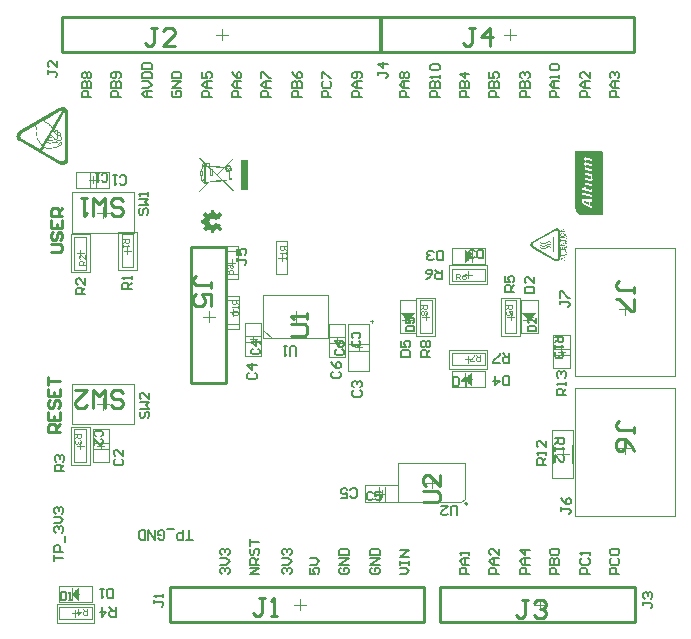
<source format=gto>
G04*
G04 #@! TF.GenerationSoftware,Altium Limited,Altium Designer,22.7.1 (60)*
G04*
G04 Layer_Color=65535*
%FSLAX25Y25*%
%MOIN*%
G70*
G04*
G04 #@! TF.SameCoordinates,FBDB1D81-1F97-4559-A255-E9B88A778833*
G04*
G04*
G04 #@! TF.FilePolarity,Positive*
G04*
G01*
G75*
%ADD10C,0.00787*%
%ADD11C,0.00984*%
%ADD12C,0.00036*%
%ADD13C,0.00394*%
%ADD14C,0.01000*%
%ADD15C,0.00866*%
%ADD16C,0.00591*%
G36*
X23818Y13583D02*
X26180Y15945D01*
Y11220D01*
X23818Y13583D01*
D02*
G37*
G36*
X135826Y104776D02*
X133463Y107138D01*
X138188D01*
X135826Y104776D01*
D02*
G37*
G36*
X154723Y85189D02*
X157085Y87551D01*
Y82827D01*
X154723Y85189D01*
D02*
G37*
G36*
X176278Y104776D02*
X173916Y107138D01*
X178640D01*
X176278Y104776D01*
D02*
G37*
G36*
X157085Y126134D02*
X154723Y123772D01*
Y128496D01*
X157085Y126134D01*
D02*
G37*
G36*
X71250Y141492D02*
X71268Y141474D01*
X71450Y140563D01*
Y140545D01*
X71469Y140527D01*
X71505D01*
X72215Y140217D01*
X72234D01*
X72252D01*
X72270D01*
X72288D01*
X73054Y140745D01*
X73090D01*
X73108D01*
X73801Y140053D01*
X73819Y140035D01*
Y140017D01*
X73801Y139980D01*
X73290Y139233D01*
Y139160D01*
X73473Y138850D01*
Y138814D01*
X73454Y138796D01*
X71797Y138103D01*
X71778D01*
X71724Y138122D01*
X71687Y138213D01*
X71669Y138231D01*
X71651Y138249D01*
X71632Y138268D01*
X71614Y138286D01*
X71578Y138340D01*
X71505Y138432D01*
X71414Y138523D01*
X71286Y138595D01*
X71140Y138687D01*
X70958Y138741D01*
X70758Y138759D01*
X70740D01*
X70685D01*
X70594Y138741D01*
X70485Y138723D01*
X70375Y138687D01*
X70248Y138632D01*
X70120Y138559D01*
X69993Y138450D01*
X69974Y138432D01*
X69938Y138395D01*
X69883Y138322D01*
X69829Y138231D01*
X69774Y138122D01*
X69719Y137994D01*
X69683Y137848D01*
X69665Y137685D01*
Y137612D01*
X69683Y137521D01*
X69701Y137429D01*
X69738Y137302D01*
X69810Y137174D01*
X69883Y137047D01*
X69993Y136919D01*
X70011Y136901D01*
X70047Y136865D01*
X70120Y136828D01*
X70211Y136774D01*
X70321Y136701D01*
X70448Y136664D01*
X70594Y136628D01*
X70758Y136609D01*
X70776D01*
X70849D01*
X70958Y136628D01*
X71086Y136664D01*
X71232Y136737D01*
X71377Y136810D01*
X71505Y136937D01*
X71632Y137101D01*
X71651Y137120D01*
X71669Y137138D01*
Y137156D01*
X71687D01*
X71724Y137247D01*
X71742Y137265D01*
X71797D01*
X73454Y136591D01*
Y136573D01*
X73473Y136518D01*
X73290Y136190D01*
Y136136D01*
X73801Y135389D01*
X73819Y135371D01*
Y135352D01*
X73801Y135316D01*
X73108Y134605D01*
X73090D01*
X73072D01*
X73054D01*
X72288Y135152D01*
X72270D01*
X72252D01*
X72234D01*
X72215D01*
X71505Y134842D01*
X71487D01*
X71469D01*
X71450Y134824D01*
Y134806D01*
X71268Y133895D01*
Y133877D01*
X71250Y133858D01*
X71213D01*
X70248D01*
X70230D01*
X70211D01*
X70193Y133877D01*
Y133895D01*
X70029Y134824D01*
Y134842D01*
X69993Y134897D01*
X69319Y135170D01*
X69300D01*
X69282D01*
X69264D01*
X69246D01*
X68426Y134605D01*
X68408D01*
X68389D01*
X68371D01*
X68353D01*
X67679Y135316D01*
X67660Y135334D01*
Y135389D01*
X68244Y136190D01*
Y136263D01*
X67970Y136919D01*
Y136937D01*
X67952Y136956D01*
X67916D01*
X66950Y137156D01*
X66932D01*
X66913D01*
X66895Y137174D01*
Y138195D01*
X66913Y138213D01*
X66950D01*
X67916Y138413D01*
X67934D01*
X67952Y138432D01*
X67970Y138450D01*
X68244Y139106D01*
Y139160D01*
X67660Y139980D01*
Y140017D01*
X67679Y140053D01*
X68353Y140745D01*
X68371D01*
X68389D01*
X68408D01*
X68426D01*
X69246Y140199D01*
X69282D01*
X69300D01*
X69319D01*
X69993Y140490D01*
X70011D01*
X70029Y140509D01*
Y140545D01*
X70193Y141474D01*
Y141492D01*
X70211Y141511D01*
X70248D01*
X71213D01*
X71232D01*
X71250Y141492D01*
D02*
G37*
G36*
X188058Y135111D02*
X186950Y134382D01*
X188058D01*
Y134207D01*
X186658D01*
Y134397D01*
X187752Y135126D01*
X186658D01*
Y135301D01*
X188058D01*
Y135111D01*
D02*
G37*
G36*
X188962Y132880D02*
X188277D01*
Y133391D01*
X188364D01*
Y132983D01*
X188568D01*
Y133362D01*
X188656D01*
Y132983D01*
X188889D01*
Y133405D01*
X188962D01*
Y132880D01*
D02*
G37*
G36*
X187489Y133959D02*
X187606Y133945D01*
X187737Y133886D01*
X187766Y133872D01*
X187839Y133828D01*
X187912Y133741D01*
X187985Y133639D01*
X187999Y133609D01*
X188029Y133537D01*
X188058Y133434D01*
X188072Y133303D01*
Y133274D01*
X188058Y133187D01*
X188029Y133070D01*
X187985Y132953D01*
X187970Y132924D01*
X187912Y132866D01*
X187839Y132778D01*
X187723Y132705D01*
X187708D01*
X187693Y132691D01*
X187620Y132676D01*
X187504Y132647D01*
X187373Y132633D01*
X187358D01*
X187314D01*
X187256Y132647D01*
X187169Y132662D01*
X186994Y132720D01*
X186906Y132764D01*
X186833Y132822D01*
X186819Y132837D01*
X186804Y132851D01*
X186775Y132895D01*
X186731Y132953D01*
X186658Y133099D01*
X186644Y133201D01*
X186629Y133303D01*
Y133332D01*
X186644Y133420D01*
X186673Y133537D01*
X186731Y133653D01*
X186746Y133682D01*
X186789Y133741D01*
X186877Y133814D01*
X186979Y133886D01*
X186994D01*
X187008Y133901D01*
X187096Y133930D01*
X187212Y133959D01*
X187358Y133974D01*
X187373D01*
X187387D01*
X187489Y133959D01*
D02*
G37*
G36*
X188816Y132735D02*
X188874Y132705D01*
X188903Y132662D01*
X188918Y132647D01*
X188933Y132618D01*
X188962Y132560D01*
X188976Y132487D01*
Y132472D01*
X188962Y132414D01*
X188947Y132355D01*
X188918Y132297D01*
Y132283D01*
X188889Y132254D01*
X188860Y132224D01*
X188816Y132181D01*
X188801D01*
X188758Y132166D01*
X188699Y132151D01*
X188626D01*
X188612D01*
X188554D01*
X188495Y132166D01*
X188437Y132195D01*
X188422D01*
X188393Y132224D01*
X188349Y132254D01*
X188306Y132312D01*
X188291Y132326D01*
X188277Y132355D01*
X188262Y132414D01*
Y132545D01*
X188291Y132603D01*
X188320Y132662D01*
X188335Y132676D01*
X188364Y132691D01*
X188408Y132720D01*
X188466Y132749D01*
X188495Y132662D01*
X188481D01*
X188452Y132647D01*
X188379Y132589D01*
X188364Y132560D01*
X188349Y132487D01*
Y132443D01*
X188379Y132341D01*
X188393D01*
X188408Y132312D01*
X188495Y132268D01*
X188510D01*
X188539Y132254D01*
X188626Y132239D01*
X188641D01*
X188670D01*
X188772Y132268D01*
X188787D01*
X188816Y132297D01*
X188845Y132312D01*
X188874Y132355D01*
Y132399D01*
X188889Y132472D01*
Y132516D01*
X188860Y132603D01*
X188845Y132618D01*
X188831Y132633D01*
X188787Y132662D01*
X188728Y132676D01*
X188758Y132764D01*
X188772D01*
X188816Y132735D01*
D02*
G37*
G36*
X188058Y132181D02*
X186658D01*
Y132370D01*
X188058D01*
Y132181D01*
D02*
G37*
G36*
X188962Y131991D02*
X188772Y131918D01*
Y131626D01*
X188962Y131554D01*
Y131452D01*
X188277Y131714D01*
Y131816D01*
X188962Y132108D01*
Y131991D01*
D02*
G37*
G36*
X188364Y131072D02*
X188583D01*
Y131408D01*
X188656D01*
Y131072D01*
X188962D01*
Y130985D01*
X188277D01*
Y131452D01*
X188364D01*
Y131072D01*
D02*
G37*
G36*
X186819Y131495D02*
X188058D01*
Y131306D01*
X186819D01*
Y130854D01*
X186658D01*
Y131962D01*
X186819D01*
Y131495D01*
D02*
G37*
G36*
X188962Y130781D02*
X188831Y130693D01*
X188816Y130679D01*
X188787Y130664D01*
X188758Y130635D01*
X188728Y130621D01*
X188714Y130606D01*
X188685Y130577D01*
Y130562D01*
X188670Y130533D01*
Y130373D01*
X188962D01*
Y130285D01*
X188277D01*
Y130650D01*
X188291Y130737D01*
Y130752D01*
X188306Y130766D01*
X188364Y130810D01*
X188379D01*
X188393Y130825D01*
X188466Y130839D01*
X188481D01*
X188510D01*
X188554Y130825D01*
X188597Y130796D01*
Y130781D01*
X188626Y130752D01*
X188641Y130708D01*
X188656Y130650D01*
X188670Y130664D01*
X188699Y130693D01*
X188714Y130723D01*
X188787Y130781D01*
X188962Y130897D01*
Y130781D01*
D02*
G37*
G36*
X188801Y130110D02*
X188845Y130096D01*
X188874Y130081D01*
X188903Y130052D01*
X188933Y130008D01*
Y129994D01*
X188947Y129964D01*
X188962Y129921D01*
X188976Y129848D01*
Y129789D01*
X188962Y129731D01*
X188933Y129687D01*
Y129673D01*
X188918Y129658D01*
X188860Y129600D01*
X188845D01*
X188816Y129585D01*
X188758Y129571D01*
X188685D01*
X188277D01*
Y129673D01*
X188685D01*
X188699D01*
X188743D01*
X188787D01*
X188816Y129687D01*
X188845Y129702D01*
X188889Y129746D01*
Y129906D01*
X188874Y129950D01*
X188860Y129994D01*
X188845Y130008D01*
X188816Y130023D01*
X188772Y130037D01*
X188685D01*
X188277D01*
Y130125D01*
X188685D01*
X188699D01*
X188743D01*
X188801Y130110D01*
D02*
G37*
G36*
X188058Y130460D02*
X186950Y129717D01*
X188058D01*
Y129542D01*
X186658D01*
Y129731D01*
X187752Y130475D01*
X186658D01*
Y130650D01*
X188058D01*
Y130460D01*
D02*
G37*
G36*
X188860Y129439D02*
X188889Y129410D01*
X188903Y129396D01*
X188947Y129323D01*
Y129308D01*
X188962Y129279D01*
X188976Y129192D01*
Y129133D01*
X188947Y129031D01*
Y129017D01*
X188933Y129002D01*
X188874Y128929D01*
X188860D01*
X188845Y128915D01*
X188758Y128885D01*
X188743Y128988D01*
X188772D01*
X188831Y129017D01*
X188845Y129031D01*
X188889Y129075D01*
Y129294D01*
X188874Y129308D01*
X188845Y129338D01*
X188831Y129352D01*
X188787Y129367D01*
X188772D01*
X188728Y129338D01*
X188714Y129323D01*
X188685Y129279D01*
Y129265D01*
X188670Y129221D01*
X188656Y129148D01*
Y129133D01*
X188641Y129104D01*
X188626Y129060D01*
X188612Y129017D01*
X188597Y128988D01*
X188539Y128944D01*
X188524Y128929D01*
X188466Y128915D01*
X188452D01*
X188437D01*
X188364Y128944D01*
X188349D01*
X188335Y128973D01*
X188291Y129031D01*
Y129046D01*
X188277Y129075D01*
X188262Y129163D01*
Y129221D01*
X188291Y129308D01*
Y129323D01*
X188306Y129338D01*
X188364Y129396D01*
X188379D01*
X188393Y129410D01*
X188481Y129425D01*
Y129338D01*
X188466D01*
X188437D01*
X188408Y129323D01*
X188379Y129294D01*
Y129279D01*
X188364Y129265D01*
X188349Y129177D01*
Y129133D01*
X188364Y129090D01*
X188379Y129046D01*
X188393Y129031D01*
X188452Y129017D01*
X188481D01*
X188524Y129031D01*
X188539Y129060D01*
X188554Y129104D01*
X188568Y129177D01*
Y129192D01*
X188583Y129235D01*
X188597Y129294D01*
X188612Y129323D01*
Y129338D01*
X188626Y129367D01*
X188656Y129396D01*
X188685Y129425D01*
X188714Y129439D01*
X188787Y129454D01*
X188801D01*
X188816D01*
X188860Y129439D01*
D02*
G37*
G36*
X188058Y128244D02*
X186658D01*
Y129265D01*
X186819D01*
Y128434D01*
X187256D01*
Y129206D01*
X187416D01*
Y128434D01*
X187898D01*
Y129294D01*
X188058D01*
Y128244D01*
D02*
G37*
G36*
X188364Y128346D02*
X188962D01*
Y128259D01*
X188364D01*
Y128025D01*
X188277D01*
Y128579D01*
X188364D01*
Y128346D01*
D02*
G37*
G36*
X188758Y127938D02*
X188816Y127909D01*
X188831Y127894D01*
X188860Y127880D01*
X188933Y127792D01*
Y127777D01*
X188947Y127734D01*
X188962Y127675D01*
X188976Y127617D01*
Y127603D01*
X188962Y127559D01*
X188947Y127500D01*
X188918Y127442D01*
Y127427D01*
X188889Y127398D01*
X188860Y127369D01*
X188816Y127325D01*
X188801D01*
X188758Y127311D01*
X188699Y127296D01*
X188641Y127282D01*
X188626D01*
X188612D01*
X188539Y127296D01*
X188452Y127325D01*
X188364Y127384D01*
X188349Y127398D01*
X188306Y127442D01*
X188277Y127515D01*
X188262Y127617D01*
Y127675D01*
X188291Y127734D01*
X188320Y127792D01*
Y127807D01*
X188349Y127836D01*
X188379Y127880D01*
X188437Y127923D01*
X188452D01*
X188495Y127938D01*
X188554Y127952D01*
X188626D01*
X188641D01*
X188699D01*
X188758Y127938D01*
D02*
G37*
G36*
X186819Y127588D02*
X188058D01*
Y127413D01*
X186819D01*
Y126946D01*
X186658D01*
Y128054D01*
X186819D01*
Y127588D01*
D02*
G37*
G36*
X188962Y127063D02*
X188641D01*
Y126699D01*
X188962D01*
Y126611D01*
X188277D01*
Y126699D01*
X188568D01*
Y127063D01*
X188277D01*
Y127165D01*
X188962D01*
Y127063D01*
D02*
G37*
G36*
X186819Y126407D02*
X188058D01*
Y126217D01*
X186819D01*
Y125751D01*
X186658D01*
Y126859D01*
X186819D01*
Y126407D01*
D02*
G37*
G36*
X188058Y125649D02*
X187635Y125488D01*
Y124905D01*
X188058Y124745D01*
Y124555D01*
X186658Y125080D01*
Y125284D01*
X188058Y125853D01*
Y125649D01*
D02*
G37*
G36*
X185594Y135432D02*
X185608D01*
X185638Y135417D01*
X185696Y135403D01*
X185754Y135388D01*
X185769D01*
X185798Y135374D01*
X185842Y135344D01*
X185915Y135315D01*
Y135301D01*
X185929Y135286D01*
X185973Y135257D01*
X186046Y135213D01*
X186119Y135140D01*
X186206Y135053D01*
X186294Y134951D01*
X186367Y134820D01*
X186425Y134674D01*
Y134659D01*
X186440Y134615D01*
X186454Y134557D01*
Y134499D01*
X186469Y134484D01*
Y134426D01*
X186483Y134353D01*
Y125474D01*
X186469Y125386D01*
X186440Y125284D01*
X186410Y125153D01*
X186352Y125022D01*
X186279Y124891D01*
X186177Y124759D01*
X186162Y124745D01*
X186133Y124716D01*
X186060Y124643D01*
X186046Y124628D01*
X186017Y124614D01*
X185915Y124555D01*
X185900Y124541D01*
X185856Y124526D01*
X185783Y124497D01*
X185681Y124453D01*
X185565Y124424D01*
X185433Y124409D01*
X185288D01*
X185127Y124424D01*
X185113D01*
X185069Y124439D01*
X185011Y124453D01*
X184967Y124468D01*
X184952D01*
X184923Y124482D01*
X184879Y124512D01*
X184821Y124541D01*
X184807D01*
X184792D01*
Y124555D01*
X177181Y128944D01*
X177167D01*
X177137Y128973D01*
X177050Y129031D01*
X176919Y129148D01*
X176802Y129279D01*
X176787Y129308D01*
X176758Y129367D01*
X176744Y129381D01*
X176729Y129410D01*
X176700Y129469D01*
X176671Y129527D01*
X176642Y129614D01*
X176627Y129717D01*
X176598Y129819D01*
Y130008D01*
X176612Y130096D01*
X176642Y130198D01*
X176671Y130314D01*
X176729Y130446D01*
X176802Y130562D01*
X176904Y130693D01*
X176919Y130708D01*
X176948Y130737D01*
X177021Y130810D01*
X177035Y130825D01*
X177065Y130839D01*
X177152Y130897D01*
X184777Y135301D01*
X184792Y135315D01*
X184836Y135330D01*
X184923Y135359D01*
X185025Y135403D01*
X185142Y135432D01*
X185288Y135447D01*
X185433D01*
X185594Y135432D01*
D02*
G37*
G36*
X21082Y175782D02*
X21107D01*
X21158Y175756D01*
X21260Y175731D01*
X21362Y175705D01*
X21388D01*
X21439Y175680D01*
X21515Y175628D01*
X21643Y175577D01*
Y175552D01*
X21668Y175526D01*
X21745Y175476D01*
X21872Y175399D01*
X22000Y175271D01*
X22153Y175118D01*
X22306Y174940D01*
X22434Y174710D01*
X22536Y174455D01*
Y174430D01*
X22561Y174353D01*
X22587Y174251D01*
Y174149D01*
X22612Y174124D01*
Y174021D01*
X22638Y173894D01*
Y158358D01*
X22612Y158205D01*
X22561Y158027D01*
X22510Y157797D01*
X22408Y157568D01*
X22281Y157338D01*
X22102Y157108D01*
X22077Y157083D01*
X22026Y157032D01*
X21898Y156904D01*
X21872Y156879D01*
X21822Y156853D01*
X21643Y156751D01*
X21617Y156726D01*
X21541Y156700D01*
X21413Y156649D01*
X21235Y156573D01*
X21031Y156522D01*
X20801Y156496D01*
X20546D01*
X20265Y156522D01*
X20240D01*
X20163Y156547D01*
X20061Y156573D01*
X19985Y156598D01*
X19959D01*
X19908Y156624D01*
X19832Y156675D01*
X19730Y156726D01*
X19704D01*
X19679D01*
Y156751D01*
X6362Y164430D01*
X6337D01*
X6286Y164481D01*
X6133Y164583D01*
X5903Y164787D01*
X5699Y165016D01*
X5674Y165067D01*
X5623Y165170D01*
X5597Y165195D01*
X5572Y165246D01*
X5521Y165348D01*
X5470Y165450D01*
X5418Y165603D01*
X5393Y165782D01*
X5342Y165960D01*
Y166292D01*
X5367Y166445D01*
X5418Y166623D01*
X5470Y166828D01*
X5572Y167057D01*
X5699Y167261D01*
X5878Y167491D01*
X5903Y167516D01*
X5954Y167567D01*
X6082Y167695D01*
X6107Y167720D01*
X6158Y167746D01*
X6311Y167848D01*
X19653Y175552D01*
X19679Y175577D01*
X19755Y175603D01*
X19908Y175654D01*
X20087Y175731D01*
X20291Y175782D01*
X20546Y175807D01*
X20801D01*
X21082Y175782D01*
D02*
G37*
G36*
X68648Y156875D02*
Y157112D01*
X69868D01*
Y156238D01*
X71782Y156074D01*
X74423Y155837D01*
X77448Y158752D01*
X77685Y158533D01*
X74861Y155800D01*
X75025Y155782D01*
X75079Y155910D01*
X75170Y156055D01*
X75298Y156183D01*
X75426Y156274D01*
X75571Y156347D01*
X75717Y156402D01*
X75863Y156438D01*
X76045Y156456D01*
X76209Y156438D01*
X76391Y156383D01*
X76592Y156292D01*
X76774Y156165D01*
X76901Y156037D01*
X77011Y155873D01*
X77084Y155673D01*
X77138Y155509D01*
Y155290D01*
X77120Y155072D01*
X77047Y154835D01*
X76901Y154634D01*
X76737Y154489D01*
X76592Y154379D01*
X76446Y154306D01*
Y152156D01*
X77193D01*
Y151464D01*
X76446D01*
Y151373D01*
X74496Y151191D01*
X77685Y148075D01*
X77466Y147856D01*
X74059Y151154D01*
X72547Y151008D01*
X70451Y150808D01*
X69577Y150717D01*
X66370Y147638D01*
X66152Y147856D01*
X69085Y150680D01*
X68375Y150608D01*
Y150134D01*
X67810D01*
Y150571D01*
X67682Y150553D01*
X67609Y150590D01*
X67555Y150626D01*
X67482Y150699D01*
X67391Y150808D01*
X67318Y150917D01*
X67245Y151045D01*
X67190Y151172D01*
X67136Y151264D01*
X66789D01*
Y152011D01*
X66935D01*
X66899Y152248D01*
X66862Y152484D01*
X66844Y152703D01*
Y152849D01*
X66607D01*
Y154598D01*
X66880D01*
X66899Y154816D01*
X66953Y155090D01*
X67008Y155345D01*
X67081Y155600D01*
X67172Y155837D01*
X67245Y156001D01*
X67336Y156128D01*
X67409Y156219D01*
X67354Y156256D01*
X67299Y156347D01*
X67263Y156456D01*
X67245Y156584D01*
X67263Y156711D01*
X67318Y156839D01*
X67391Y156930D01*
X67518Y157003D01*
X67591Y157039D01*
X67700Y157057D01*
X67791Y157039D01*
X67864Y157021D01*
X67955Y156985D01*
X68010Y156930D01*
X68065Y156875D01*
X68101Y156821D01*
X68138Y156784D01*
X68302D01*
X66152Y158861D01*
X66370Y159098D01*
X68648Y156875D01*
D02*
G37*
G36*
X82677Y148294D02*
X82622D01*
X82586D01*
X82513D01*
X82422D01*
X82294D01*
X82276D01*
X82222D01*
X82149D01*
X82039D01*
X81912D01*
X81766D01*
X81438D01*
X81420D01*
X81365D01*
X81274D01*
X81147D01*
X80873D01*
X80582D01*
X80564D01*
X80527D01*
X80454D01*
X80381D01*
X80309D01*
X80236D01*
X80199D01*
X80181D01*
Y158260D01*
X80199D01*
X80236D01*
X80272D01*
X80345D01*
X80454D01*
X80582D01*
X80600D01*
X80655D01*
X80728D01*
X80837D01*
X80964D01*
X81110D01*
X81438D01*
X81456D01*
X81511D01*
X81602D01*
X81730D01*
X82003D01*
X82294D01*
X82313D01*
X82349D01*
X82477D01*
X82622D01*
X82659D01*
X82677D01*
Y148294D01*
D02*
G37*
%LPC*%
G36*
X187358Y133784D02*
X187343D01*
X187329D01*
X187256D01*
X187169Y133755D01*
X187066Y133726D01*
X187037Y133712D01*
X186994Y133682D01*
X186921Y133624D01*
X186862Y133551D01*
X186848Y133537D01*
X186819Y133478D01*
X186804Y133391D01*
X186789Y133303D01*
Y133274D01*
X186804Y133187D01*
X186848Y133070D01*
X186921Y132968D01*
X186950Y132939D01*
X187037Y132895D01*
X187096Y132866D01*
X187169Y132851D01*
X187270Y132822D01*
X187373D01*
X187387D01*
X187416D01*
X187460Y132837D01*
X187518D01*
X187650Y132880D01*
X187781Y132953D01*
X187810Y132983D01*
X187854Y133055D01*
X187898Y133157D01*
X187927Y133303D01*
Y133332D01*
X187912Y133420D01*
X187868Y133537D01*
X187781Y133639D01*
X187766D01*
X187752Y133668D01*
X187664Y133712D01*
X187533Y133755D01*
X187358Y133784D01*
D02*
G37*
G36*
X188685Y131889D02*
X188495Y131816D01*
X188481D01*
X188437Y131787D01*
X188349Y131758D01*
X188364D01*
X188393D01*
X188481Y131729D01*
X188685Y131656D01*
Y131889D01*
D02*
G37*
G36*
X188510Y130737D02*
X188466D01*
X188452D01*
X188437D01*
X188393Y130708D01*
X188379Y130693D01*
X188364Y130679D01*
X188349Y130635D01*
Y130373D01*
X188583D01*
Y130606D01*
X188568Y130664D01*
Y130679D01*
X188554Y130693D01*
X188524Y130723D01*
X188510Y130737D01*
D02*
G37*
G36*
X188626Y127865D02*
X188612D01*
X188568D01*
X188481Y127836D01*
X188466D01*
X188452Y127821D01*
X188379Y127748D01*
Y127734D01*
X188364Y127705D01*
X188349Y127617D01*
Y127559D01*
X188379Y127515D01*
X188408Y127457D01*
X188422Y127442D01*
X188466Y127427D01*
X188539Y127398D01*
X188641Y127384D01*
X188656D01*
X188714Y127398D01*
X188787Y127413D01*
X188845Y127457D01*
Y127471D01*
X188860Y127500D01*
X188874Y127544D01*
X188889Y127617D01*
Y127632D01*
X188874Y127690D01*
X188860Y127734D01*
X188831Y127792D01*
X188816Y127807D01*
X188772Y127836D01*
X188714Y127850D01*
X188626Y127865D01*
D02*
G37*
G36*
X187475Y125430D02*
X187096Y125284D01*
X187081D01*
X187066Y125270D01*
X186994Y125241D01*
X186906Y125211D01*
X186804Y125182D01*
X186833D01*
X186891Y125168D01*
X186964Y125138D01*
X187066Y125109D01*
X187475Y124949D01*
Y125430D01*
D02*
G37*
G36*
X185200Y134718D02*
X185186D01*
X185142D01*
X185113D01*
X185054Y134703D01*
X184981Y134674D01*
X184894Y134630D01*
X184879D01*
X177648Y130460D01*
Y130446D01*
X177633Y130431D01*
X177575Y130402D01*
X177560D01*
X177546Y130373D01*
X177516Y130343D01*
X177502Y130329D01*
X177487Y130314D01*
X177429Y130227D01*
X177385Y130096D01*
X177356Y130023D01*
Y129935D01*
X177341D01*
Y129906D01*
X177356Y129833D01*
X177371Y129731D01*
X177429Y129614D01*
X177444Y129600D01*
X177458Y129585D01*
Y129571D01*
X177473Y129556D01*
X177516Y129512D01*
X177575Y129454D01*
X177662Y129396D01*
X184894Y125211D01*
X184908D01*
X184923D01*
X184938Y125197D01*
X184996Y125182D01*
X185011Y125168D01*
X185083Y125153D01*
X185098D01*
X185127D01*
X185171Y125138D01*
X185229D01*
X185361Y125153D01*
X185506Y125211D01*
Y125226D01*
X185536Y125241D01*
X185579Y125270D01*
X185594Y125284D01*
X185652Y125328D01*
Y125343D01*
X185681Y125357D01*
X185725Y125445D01*
X185783Y125576D01*
X185798Y125663D01*
X185812Y125751D01*
Y134120D01*
X185798D01*
Y134222D01*
X185783Y134251D01*
Y134309D01*
X185769Y134338D01*
X185725Y134426D01*
X185638Y134528D01*
X185506Y134645D01*
X185477Y134659D01*
X185419Y134688D01*
X185317Y134703D01*
X185200Y134718D01*
D02*
G37*
%LPD*%
G36*
X182955Y131058D02*
X182984D01*
X183042Y131043D01*
X183144Y131014D01*
X183261Y130985D01*
X183378Y130927D01*
X183494Y130854D01*
X183582Y130766D01*
X183640Y130650D01*
X183334Y130548D01*
X183319Y130577D01*
X183305Y130591D01*
X183261Y130621D01*
X183217Y130650D01*
X183130Y130693D01*
X183042Y130723D01*
X182911Y130752D01*
X182896D01*
X182867D01*
X182824D01*
X182794D01*
X182780D01*
X182751D01*
X182707D01*
X182678D01*
X182663D01*
X182634Y130737D01*
X182576D01*
X182503Y130708D01*
X182415Y130679D01*
X182313Y130635D01*
X182211Y130562D01*
X182095Y130489D01*
X182080D01*
X182065Y130460D01*
X181978Y130402D01*
X181861Y130329D01*
X181745Y130271D01*
X181730Y130256D01*
X181672Y130241D01*
X181584Y130198D01*
X181468Y130168D01*
X181336Y130139D01*
X181191Y130110D01*
X181030Y130096D01*
X180870Y130110D01*
X180855D01*
X180797Y130125D01*
X180710Y130139D01*
X180607Y130168D01*
X180491Y130212D01*
X180360Y130256D01*
X180214Y130329D01*
X180083Y130402D01*
X180053Y130416D01*
X179995Y130460D01*
X179922Y130518D01*
X179835Y130591D01*
X179820Y130606D01*
X179776Y130664D01*
X179703Y130737D01*
X179631Y130825D01*
X179747Y130897D01*
X179893Y131014D01*
X179908Y131000D01*
X179937Y130956D01*
X179981Y130897D01*
X180053Y130825D01*
X180068Y130810D01*
X180112Y130781D01*
X180185Y130723D01*
X180272Y130664D01*
X180301Y130650D01*
X180389Y130606D01*
X180520Y130548D01*
X180680Y130489D01*
X180885Y130446D01*
X181103Y130431D01*
X181351Y130475D01*
X181468Y130504D01*
X181599Y130562D01*
X181614Y130577D01*
X181672Y130606D01*
X181759Y130664D01*
X181890Y130752D01*
X181920Y130766D01*
X181993Y130825D01*
X182095Y130883D01*
X182211Y130956D01*
X182240Y130970D01*
X182328Y131014D01*
X182459Y131043D01*
X182649Y131072D01*
X182663D01*
X182692D01*
X182794D01*
X182809D01*
X182853D01*
X182911D01*
X182955Y131058D01*
D02*
G37*
G36*
X182911Y130256D02*
X182955D01*
X182984D01*
X183042Y130241D01*
X183144Y130212D01*
X183261Y130168D01*
X183378Y130110D01*
X183494Y130037D01*
X183582Y129950D01*
X183640Y129833D01*
X183334Y129731D01*
X183319Y129760D01*
X183305Y129775D01*
X183261Y129819D01*
X183217Y129848D01*
X183130Y129877D01*
X183042Y129906D01*
X182911Y129935D01*
X182896D01*
X182867D01*
X182794D01*
X182780D01*
X182751D01*
X182678D01*
X182663D01*
X182634D01*
X182576Y129921D01*
X182503Y129906D01*
X182415Y129862D01*
X182313Y129819D01*
X182211Y129760D01*
X182095Y129687D01*
X182080D01*
X182051Y129658D01*
X181963Y129600D01*
X181847Y129527D01*
X181745Y129469D01*
X181730Y129454D01*
X181672Y129439D01*
X181584Y129396D01*
X181468Y129367D01*
X181336Y129323D01*
X181191Y129294D01*
X181030Y129279D01*
X180870Y129294D01*
X180855D01*
X180797Y129308D01*
X180710Y129323D01*
X180607Y129352D01*
X180491Y129396D01*
X180360Y129454D01*
X180083Y129585D01*
X180053Y129600D01*
X179995Y129644D01*
X179922Y129702D01*
X179835Y129775D01*
X179820Y129789D01*
X179762Y129848D01*
X179703Y129921D01*
X179631Y130008D01*
X179747Y130096D01*
X179893Y130198D01*
X179908Y130183D01*
X179937Y130139D01*
X179995Y130081D01*
X180053Y130008D01*
X180068Y129994D01*
X180112Y129964D01*
X180185Y129921D01*
X180272Y129862D01*
X180301Y129848D01*
X180389Y129804D01*
X180520Y129746D01*
X180680Y129687D01*
X180885Y129644D01*
X181103Y129629D01*
X181351Y129673D01*
X181468Y129702D01*
X181599Y129760D01*
X181614Y129775D01*
X181672Y129804D01*
X181774Y129862D01*
X181890Y129950D01*
X181920Y129964D01*
X181993Y130008D01*
X182095Y130067D01*
X182211Y130139D01*
X182240Y130154D01*
X182328Y130198D01*
X182459Y130241D01*
X182649Y130271D01*
X182663D01*
X182678D01*
X182722D01*
X182794D01*
X182809D01*
X182853D01*
X182911Y130256D01*
D02*
G37*
G36*
X182955Y129439D02*
X182984D01*
X183042Y129425D01*
X183144Y129396D01*
X183261Y129352D01*
X183378Y129294D01*
X183494Y129221D01*
X183582Y129133D01*
X183640Y129017D01*
X183334Y128915D01*
X183319Y128944D01*
X183305Y128958D01*
X183261Y129002D01*
X183217Y129031D01*
X183130Y129060D01*
X183042Y129090D01*
X182911Y129119D01*
X182896D01*
X182867Y129133D01*
X182794D01*
X182780D01*
X182765D01*
X182678D01*
X182663D01*
X182634Y129119D01*
X182576D01*
X182503Y129090D01*
X182415Y129060D01*
X182313Y129017D01*
X182211Y128944D01*
X182095Y128871D01*
X182080D01*
X182065Y128842D01*
X181978Y128783D01*
X181861Y128710D01*
X181745Y128652D01*
X181730Y128638D01*
X181672Y128623D01*
X181584Y128579D01*
X181468Y128550D01*
X181336Y128521D01*
X181191Y128492D01*
X181030Y128477D01*
X180870Y128492D01*
X180855D01*
X180797Y128506D01*
X180710Y128521D01*
X180607Y128550D01*
X180491Y128579D01*
X180360Y128638D01*
X180214Y128696D01*
X180083Y128769D01*
X180053Y128783D01*
X179995Y128827D01*
X179922Y128885D01*
X179835Y128958D01*
X179806Y128988D01*
X179762Y129031D01*
X179689Y129119D01*
X179631Y129192D01*
X179747Y129279D01*
X179893Y129396D01*
Y129381D01*
X179908Y129367D01*
X179937Y129323D01*
X179995Y129265D01*
X180053Y129206D01*
X180068Y129192D01*
X180112Y129148D01*
X180185Y129104D01*
X180272Y129046D01*
X180301Y129031D01*
X180389Y128988D01*
X180520Y128929D01*
X180680Y128871D01*
X180885Y128827D01*
X181103Y128813D01*
X181351Y128856D01*
X181468Y128885D01*
X181599Y128944D01*
X181614Y128958D01*
X181672Y128988D01*
X181759Y129046D01*
X181890Y129133D01*
X181920Y129148D01*
X181993Y129192D01*
X182095Y129250D01*
X182211Y129323D01*
X182240Y129338D01*
X182328Y129381D01*
X182459Y129425D01*
X182649Y129454D01*
X182663D01*
X182707D01*
X182751D01*
X182794D01*
X182809D01*
X182853D01*
X182911D01*
X182955Y129439D01*
D02*
G37*
G36*
X184427Y127486D02*
X184019D01*
Y132370D01*
X184427D01*
Y127486D01*
D02*
G37*
%LPC*%
G36*
X20546Y174532D02*
X20495D01*
X20393D01*
X20367D01*
X20291D01*
X20240D01*
X20138Y174506D01*
X20010Y174455D01*
X19857Y174379D01*
X19832D01*
X14551Y171343D01*
Y171317D01*
X14602Y171292D01*
X14679Y171190D01*
X14704Y171164D01*
X14781Y171113D01*
X14883Y171011D01*
X15061Y170909D01*
X15087Y170884D01*
X15163Y170858D01*
X15316Y170782D01*
X15546Y170705D01*
X15572D01*
X15597Y170680D01*
X15750Y170629D01*
X15929Y170552D01*
X16082Y170450D01*
X16107D01*
X16158Y170399D01*
X16286Y170297D01*
X16311Y170272D01*
X16362Y170220D01*
X16515Y170093D01*
X16541Y170067D01*
X16617Y169991D01*
X16720Y169863D01*
X16847Y169736D01*
X17102Y169379D01*
X17230Y169175D01*
X17332Y168996D01*
X20546Y174532D01*
D02*
G37*
G36*
X18735Y167899D02*
X18684D01*
X18658D01*
X18633D01*
X18582D01*
X18531Y167848D01*
X18505D01*
Y167823D01*
X18480D01*
X18454D01*
X18429Y167771D01*
X18327Y167695D01*
X18225Y167567D01*
X18173Y167516D01*
Y167491D01*
X18199Y167465D01*
X18250Y167363D01*
X18327Y167261D01*
X18378Y167185D01*
X18403Y167159D01*
X18480Y167083D01*
X18607Y166981D01*
X18760Y166879D01*
X18786D01*
X18811Y166853D01*
X18837D01*
Y166879D01*
X18862Y166904D01*
X18939Y167032D01*
Y167083D01*
X18964Y167185D01*
X18990Y167338D01*
X19015Y167542D01*
Y167669D01*
X18990Y167771D01*
X18939Y167848D01*
X18913D01*
X18888D01*
X18811Y167874D01*
X18735Y167899D01*
D02*
G37*
G36*
X19628Y167159D02*
X19577D01*
X19551D01*
X19475D01*
X19373D01*
X19245Y167083D01*
Y167057D01*
X19219Y167032D01*
Y166981D01*
X19194Y166955D01*
Y166930D01*
X19168Y166879D01*
X19143Y166802D01*
X19117Y166751D01*
X19143D01*
X19245Y166726D01*
X19271D01*
X19373Y166674D01*
X19526Y166623D01*
X19704Y166522D01*
X19730Y166547D01*
X19755Y166598D01*
X19781Y166700D01*
X19806Y166828D01*
Y166930D01*
X19781Y167006D01*
X19730Y167083D01*
Y167108D01*
X19704Y167134D01*
X19653D01*
X19628Y167159D01*
D02*
G37*
G36*
X16847Y166445D02*
X16464Y165756D01*
X16490D01*
X16541D01*
X16592Y165731D01*
X16643D01*
X16669D01*
X16720D01*
X16872Y165782D01*
X16898D01*
X16949Y165807D01*
X16975Y165833D01*
X17051Y165858D01*
X17153Y165909D01*
X17230Y165960D01*
Y165986D01*
X17179Y166011D01*
X17102Y166139D01*
X16975Y166292D01*
X16847Y166445D01*
D02*
G37*
G36*
X17408Y165756D02*
X17383Y165731D01*
X17332Y165705D01*
X17204Y165629D01*
X17051Y165552D01*
X17000Y165527D01*
X16975D01*
X16898Y165501D01*
X16796Y165476D01*
X16669Y165450D01*
X16643D01*
X16566D01*
X16439Y165476D01*
X16311Y165501D01*
X16031Y165016D01*
X16056D01*
X16082Y164965D01*
X16235Y164889D01*
X16260D01*
X16311D01*
X16413Y164863D01*
X16515D01*
X16541D01*
X16592D01*
X16745D01*
X16898D01*
X16949D01*
X16975D01*
X17026D01*
X17128D01*
X17255Y164889D01*
X17383Y164914D01*
X17408D01*
X17485Y164940D01*
X17536Y164965D01*
X17587Y164991D01*
X17612D01*
X17689Y165042D01*
X17816Y165093D01*
X17969Y165195D01*
X17944D01*
X17918Y165220D01*
X17893Y165246D01*
X17867Y165271D01*
X17816Y165322D01*
X17714Y165425D01*
X17561Y165578D01*
X17408Y165756D01*
D02*
G37*
G36*
X19168Y166445D02*
X19143Y166419D01*
X19117Y166368D01*
X19092Y166241D01*
X19041Y166088D01*
Y166011D01*
X19066Y165858D01*
Y165756D01*
X19092Y165629D01*
X19117Y165527D01*
Y165425D01*
X19143Y165399D01*
Y165348D01*
X19168Y165322D01*
X19194Y165246D01*
X19271Y165144D01*
X19347Y165042D01*
X19398Y165016D01*
X19475Y164965D01*
X19602Y164914D01*
X19628Y164889D01*
X19755Y164863D01*
X19806D01*
X19908Y164914D01*
X20036Y164965D01*
X20138Y165042D01*
X20163Y165093D01*
X20189Y165144D01*
X20214Y165246D01*
Y165552D01*
X20163Y165654D01*
X20138Y165705D01*
X20112Y165756D01*
X20061Y165833D01*
X20036Y165858D01*
X19959Y165935D01*
X19857Y166037D01*
X19653Y166190D01*
X19628D01*
X19602Y166215D01*
X19475Y166317D01*
X19321Y166394D01*
X19168Y166445D01*
D02*
G37*
G36*
X17612Y167771D02*
X17000Y166726D01*
X17026Y166674D01*
X17128Y166547D01*
X17281Y166368D01*
X17459Y166113D01*
Y166088D01*
X17510Y166062D01*
X17638Y165909D01*
X17816Y165705D01*
X18046Y165501D01*
X18071Y165476D01*
X18173Y165399D01*
X18301Y165297D01*
X18480Y165195D01*
X18684Y165067D01*
X18913Y164965D01*
X19143Y164889D01*
X19344Y164866D01*
X19347Y164863D01*
X19373D01*
X19344Y164866D01*
X19321Y164889D01*
X19271Y164914D01*
X19245Y164940D01*
X19219Y164965D01*
X19168Y165042D01*
X19092Y165170D01*
X19015Y165322D01*
Y165348D01*
X18990Y165374D01*
Y165450D01*
X18964Y165476D01*
Y165501D01*
X18939Y165552D01*
Y165603D01*
X18913Y165756D01*
Y166113D01*
X18939Y166139D01*
X18964Y166241D01*
Y166317D01*
X19015Y166471D01*
X18990D01*
X18964Y166496D01*
X18888Y166522D01*
X18862D01*
X18837Y166547D01*
X18735Y166572D01*
X18633Y166623D01*
X18607D01*
X18582Y166649D01*
X18480Y166726D01*
X18327Y166853D01*
X18173Y167006D01*
Y167032D01*
X18123Y167083D01*
X18046Y167185D01*
X17944Y167338D01*
Y167363D01*
X17918Y167389D01*
X17816Y167516D01*
X17714Y167644D01*
X17612Y167771D01*
D02*
G37*
G36*
X18199Y164991D02*
X18148Y164965D01*
X18046Y164914D01*
X17893Y164812D01*
X17714Y164736D01*
X17689D01*
X17638Y164710D01*
X17587Y164685D01*
Y164659D01*
X17561D01*
X17536D01*
X17459Y164634D01*
X17434D01*
X17408D01*
X17332Y164608D01*
X17179Y164583D01*
X16975D01*
X16949D01*
X16898D01*
X16770D01*
X16745D01*
X16694D01*
X16515D01*
X16490D01*
X16388D01*
X16286D01*
X16158Y164608D01*
X16133D01*
X16056Y164659D01*
X15878Y164761D01*
X15648Y164328D01*
X15674D01*
X15776Y164302D01*
X15929Y164226D01*
X16133Y164098D01*
X16158Y164073D01*
X16260Y164022D01*
X16388Y163945D01*
X16490Y163919D01*
X16515D01*
X16617D01*
X16770Y163945D01*
X16898Y163970D01*
X17051Y164022D01*
X17077D01*
X17128Y164047D01*
X17204Y164073D01*
X17306Y164098D01*
X17536Y164149D01*
X17612D01*
X17689D01*
X17740D01*
X17842Y164123D01*
X18021Y164098D01*
X18225D01*
X18276D01*
X18301Y164123D01*
Y164149D01*
X18327Y164175D01*
X18352Y164226D01*
X18403Y164277D01*
Y164302D01*
X18429Y164328D01*
X18480Y164379D01*
X18505Y164404D01*
X18556Y164455D01*
X18607Y164557D01*
Y164583D01*
X18658Y164608D01*
X18709Y164710D01*
X18658Y164736D01*
X18556Y164787D01*
X18403Y164863D01*
X18199Y164991D01*
D02*
G37*
G36*
X21260Y174072D02*
X17765Y168027D01*
X17791Y168001D01*
X17842Y167950D01*
X17918Y167848D01*
X18021Y167746D01*
X18046Y167771D01*
X18071Y167823D01*
X18173Y167924D01*
X18301Y168052D01*
X18327Y168078D01*
X18352Y168103D01*
X18429Y168154D01*
X18556Y168180D01*
X18684Y168205D01*
X18709D01*
X18786Y168180D01*
X18888Y168154D01*
X19015Y168129D01*
X19041Y168103D01*
X19117Y168078D01*
X19143Y168052D01*
X19194Y167950D01*
X19271Y167797D01*
X19296Y167567D01*
Y167440D01*
X19321D01*
X19398Y167465D01*
X19526D01*
X19653Y167440D01*
X19679D01*
X19704D01*
X19781Y167414D01*
X19832Y167389D01*
X19883Y167338D01*
X19908Y167312D01*
X19934Y167287D01*
X19959Y167261D01*
X20036Y167159D01*
X20087Y167006D01*
X20112Y166802D01*
Y166751D01*
X20087Y166649D01*
X20036Y166496D01*
X19934Y166343D01*
X19959Y166317D01*
X20061Y166241D01*
X20189Y166139D01*
X20291Y166011D01*
Y165986D01*
X20342Y165960D01*
X20367Y165884D01*
X20418Y165782D01*
Y165756D01*
X20444Y165705D01*
X20495Y165527D01*
Y165195D01*
X20469Y165093D01*
X20418Y164965D01*
X20342Y164863D01*
X20316D01*
X20291Y164812D01*
X20214Y164761D01*
X20138Y164710D01*
X20010Y164659D01*
X19857Y164608D01*
X19704Y164583D01*
X19500Y164557D01*
X19475D01*
X19449D01*
X19423D01*
X19398D01*
X19296D01*
X19168Y164583D01*
X19015Y164608D01*
X18990Y164583D01*
X18939Y164532D01*
X18862Y164404D01*
X18837Y164379D01*
X18811Y164353D01*
X18760Y164251D01*
X18786D01*
X18862Y164277D01*
X18990Y164328D01*
X19143Y164353D01*
X19449Y164404D01*
X19602Y164430D01*
X19704D01*
X19730D01*
X19755D01*
X19934Y164379D01*
X20138Y164277D01*
X20240Y164200D01*
X20342Y164098D01*
X20367Y164073D01*
X20393Y164022D01*
X20495Y163843D01*
Y163817D01*
X20520Y163741D01*
X20546Y163639D01*
Y163486D01*
X20495Y163384D01*
X20418Y163205D01*
X20265Y163052D01*
X20214Y163027D01*
X20163Y162976D01*
X20087Y162950D01*
X19985Y162874D01*
X19857Y162822D01*
X19679Y162746D01*
X19475Y162670D01*
X19449D01*
X19423D01*
X19398Y162644D01*
X19373D01*
X19347D01*
X19296Y162619D01*
X19168Y162567D01*
X19092Y162516D01*
X18964Y162465D01*
X18939D01*
X18913Y162440D01*
X18760Y162389D01*
X18607Y162338D01*
X18454Y162287D01*
X18429D01*
X18301Y162236D01*
X18199Y162210D01*
X18097D01*
X17944Y162185D01*
X17765Y162159D01*
X17740D01*
X17689D01*
X17612Y162134D01*
X17510Y162108D01*
X17281Y162083D01*
X17077Y162032D01*
X17051D01*
X17026D01*
X17000Y162006D01*
X16898Y161981D01*
X16796Y161955D01*
X16770D01*
X16694Y161930D01*
X16566Y161904D01*
X16413Y161879D01*
X16107Y161828D01*
X15954D01*
X15827Y161853D01*
X15801D01*
X15699Y161904D01*
X15520Y161981D01*
X15291Y162083D01*
X15265D01*
X15214Y162108D01*
X15112Y162159D01*
X15010Y162210D01*
X14730Y162287D01*
X14475Y162338D01*
X13913Y161343D01*
X19857Y157899D01*
X19883D01*
X19908D01*
X19934Y157874D01*
X20036Y157848D01*
X20061Y157823D01*
X20189Y157797D01*
X20214D01*
X20265D01*
X20342Y157772D01*
X20444D01*
X20674Y157797D01*
X20929Y157899D01*
Y157925D01*
X20980Y157950D01*
X21056Y158001D01*
X21082Y158027D01*
X21184Y158103D01*
Y158129D01*
X21235Y158154D01*
X21311Y158307D01*
X21413Y158537D01*
X21439Y158690D01*
X21464Y158843D01*
Y173486D01*
X21439D01*
Y173664D01*
X21413Y173715D01*
Y173817D01*
X21362Y173894D01*
X21260Y174072D01*
D02*
G37*
G36*
X19679Y164149D02*
X19628D01*
X19577D01*
X19500Y164123D01*
X19373D01*
X19194Y164073D01*
X18990Y164022D01*
X18735Y163945D01*
X18709Y163919D01*
X18658D01*
X18556Y163894D01*
X18531Y163868D01*
X18480D01*
X18403Y163843D01*
X18378D01*
X18327Y163817D01*
X18301D01*
X18225D01*
X18199D01*
X18173D01*
X18021D01*
X17842D01*
X17612Y163868D01*
X17587D01*
X17536D01*
X17383Y163843D01*
X17281Y163817D01*
X17153Y163766D01*
X17128D01*
X17077Y163741D01*
X16975Y163715D01*
X16872Y163690D01*
X16643Y163639D01*
X16515Y163613D01*
X16439D01*
X16413D01*
X16311Y163664D01*
X16158Y163741D01*
X15980Y163868D01*
X15954D01*
X15929Y163894D01*
X15801Y163970D01*
X15622Y164047D01*
X15470Y164073D01*
X14628Y162619D01*
X14653D01*
X14679D01*
X14832Y162567D01*
X15087Y162491D01*
X15393Y162338D01*
X15418D01*
X15444Y162312D01*
X15597Y162236D01*
X15776Y162185D01*
X15903Y162134D01*
X15954D01*
X16005Y162108D01*
X16082D01*
X16209Y162134D01*
X16337D01*
X16515Y162185D01*
X16720Y162236D01*
X16745D01*
X16822Y162261D01*
X16898Y162287D01*
X16975Y162312D01*
X17000D01*
X17051D01*
X17179Y162338D01*
X17408Y162389D01*
X17740Y162440D01*
X17765D01*
X17791D01*
X17969Y162465D01*
X18148Y162491D01*
X18352Y162542D01*
X18403Y162567D01*
X18505Y162593D01*
X18658Y162670D01*
X18837Y162746D01*
X18862Y162771D01*
X18964Y162797D01*
X19066Y162822D01*
X19168Y162874D01*
Y162925D01*
X19143Y162950D01*
Y163103D01*
X19194Y163256D01*
X19245Y163358D01*
X19296Y163460D01*
X19398Y163537D01*
X19526Y163639D01*
X19577Y163664D01*
X19628Y163715D01*
X19653Y163741D01*
X19704Y163766D01*
X19883Y163843D01*
X19934D01*
X20036D01*
X20061D01*
X20087D01*
X20138D01*
X20163D01*
X20138Y163868D01*
X20112Y163919D01*
X20087Y163945D01*
X19985Y164022D01*
X19857Y164098D01*
X19679Y164149D01*
D02*
G37*
G36*
X14322Y171190D02*
X11771Y169710D01*
X12128Y168817D01*
Y168792D01*
X12153Y168741D01*
X12179Y168664D01*
X12230Y168562D01*
X12281Y168307D01*
X12332Y168001D01*
Y167720D01*
X12306Y167465D01*
X12281Y167134D01*
Y166343D01*
X12332Y165960D01*
X12408Y165578D01*
Y165552D01*
X12434Y165501D01*
X12485Y165399D01*
X12561Y165246D01*
X12638Y165093D01*
X12740Y164889D01*
X12893Y164685D01*
X13046Y164455D01*
X13071Y164430D01*
X13097Y164353D01*
X13174Y164251D01*
X13301Y164073D01*
X13327Y164022D01*
X13352Y163945D01*
X13429Y163843D01*
X13454Y163817D01*
X13505Y163715D01*
X13607Y163588D01*
X13709Y163435D01*
X13735Y163409D01*
X13786Y163333D01*
X13862Y163256D01*
X13964Y163154D01*
X17153Y168664D01*
Y168690D01*
X17128Y168766D01*
X17077Y168868D01*
X17000Y169021D01*
X16898Y169200D01*
X16745Y169404D01*
X16541Y169634D01*
X16311Y169889D01*
X16286Y169914D01*
X16260Y169940D01*
X16107Y170067D01*
X16082Y170093D01*
X16056Y170118D01*
X15929Y170220D01*
X15903Y170246D01*
X15827Y170272D01*
X15674Y170348D01*
X15444Y170450D01*
X15418D01*
X15393Y170475D01*
X15240Y170527D01*
X15087Y170578D01*
X14908Y170654D01*
X14857Y170680D01*
X14755Y170756D01*
X14628Y170858D01*
X14475Y170986D01*
X14449Y171011D01*
X14424Y171062D01*
X14322Y171190D01*
D02*
G37*
G36*
X20112Y163715D02*
X20036D01*
X20010D01*
X19985D01*
X19959D01*
X19934Y163690D01*
X19908D01*
X19857Y163664D01*
X19704Y163588D01*
X19679D01*
X19653Y163562D01*
X19628Y163537D01*
X19577Y163511D01*
X19551D01*
X19526Y163486D01*
X19423Y163384D01*
X19321Y163231D01*
X19271Y163154D01*
Y163027D01*
X19296Y162950D01*
Y162925D01*
X19398Y162950D01*
X19423D01*
X19475Y162976D01*
X19577Y163027D01*
X19679Y163052D01*
X19908Y163154D01*
X20010Y163205D01*
X20087Y163256D01*
X20112Y163282D01*
X20163Y163333D01*
X20214Y163435D01*
X20265Y163562D01*
Y163664D01*
X20240Y163690D01*
X20214D01*
X20163D01*
X20138D01*
X20112Y163715D01*
D02*
G37*
G36*
X11515Y169583D02*
X7179Y167083D01*
Y167057D01*
X7153Y167032D01*
X7051Y166981D01*
X7026D01*
X7000Y166930D01*
X6949Y166879D01*
X6924Y166853D01*
X6898Y166828D01*
X6796Y166674D01*
X6719Y166445D01*
X6668Y166317D01*
Y166164D01*
X6643D01*
Y166113D01*
X6668Y165986D01*
X6694Y165807D01*
X6796Y165603D01*
X6822Y165578D01*
X6847Y165552D01*
Y165527D01*
X6873Y165501D01*
X6949Y165425D01*
X7051Y165322D01*
X7204Y165220D01*
X13174Y161777D01*
X13811Y162899D01*
X13786Y162925D01*
X13709Y162976D01*
X13607Y163103D01*
X13480Y163256D01*
X13454Y163282D01*
X13403Y163384D01*
X13301Y163511D01*
X13199Y163690D01*
X13174Y163715D01*
X13123Y163792D01*
Y163817D01*
X13097Y163843D01*
X13046Y163919D01*
Y163945D01*
X13021Y163970D01*
X12944Y164073D01*
X12867Y164200D01*
X12816Y164277D01*
X12791Y164302D01*
X12740Y164379D01*
X12663Y164506D01*
X12561Y164685D01*
X12332Y165067D01*
X12230Y165271D01*
X12153Y165476D01*
Y165501D01*
X12128Y165578D01*
X12077Y165705D01*
X12051Y165858D01*
X12026Y166037D01*
X12000Y166266D01*
X11975Y166522D01*
Y166828D01*
X12000Y166955D01*
Y167414D01*
X12026Y167644D01*
Y168103D01*
X12000Y168205D01*
X11949Y168435D01*
X11873Y168715D01*
X11515Y169583D01*
D02*
G37*
G36*
X67718Y156730D02*
X67700D01*
X67627Y156711D01*
X67573Y156657D01*
X67555Y156566D01*
Y156547D01*
X67573Y156493D01*
X67627Y156438D01*
X67718Y156420D01*
X67737D01*
X67791Y156438D01*
X67846Y156474D01*
X67864Y156566D01*
Y156584D01*
X67846Y156657D01*
X67810Y156711D01*
X67718Y156730D01*
D02*
G37*
G36*
X69559Y156784D02*
X68958D01*
Y156183D01*
X69559D01*
Y156784D01*
D02*
G37*
G36*
X76027Y155873D02*
X76009D01*
X75936D01*
X75845Y155837D01*
X75754Y155800D01*
X75644Y155746D01*
X75571Y155636D01*
X75498Y155509D01*
X75480Y155327D01*
Y155236D01*
X75517Y155163D01*
X75553Y155053D01*
X75608Y154962D01*
X75717Y154871D01*
X75845Y154798D01*
X76027Y154780D01*
X76045D01*
X76118Y154798D01*
X76191Y154816D01*
X76300Y154853D01*
X76391Y154908D01*
X76482Y155017D01*
X76555Y155145D01*
X76573Y155327D01*
Y155345D01*
X76555Y155418D01*
X76537Y155509D01*
X76501Y155600D01*
X76446Y155709D01*
X76337Y155782D01*
X76209Y155855D01*
X76027Y155873D01*
D02*
G37*
G36*
X69868Y155910D02*
Y155873D01*
X69686D01*
X70470Y155108D01*
X70743D01*
Y154835D01*
X72055Y153559D01*
X74114Y155545D01*
X69868Y155910D01*
D02*
G37*
G36*
X67099Y154288D02*
X66917D01*
Y153177D01*
X67099D01*
Y154288D01*
D02*
G37*
G36*
X70433Y154762D02*
X70324D01*
Y153122D01*
X70433D01*
Y154762D01*
D02*
G37*
G36*
X67810Y156074D02*
X67737D01*
X67609Y155946D01*
X67518Y155782D01*
X67409Y155563D01*
X67336Y155290D01*
X67263Y154962D01*
X67208Y154598D01*
X67409D01*
Y152849D01*
X67172D01*
X67190Y152539D01*
X67227Y152266D01*
X67281Y152011D01*
X67810D01*
Y156074D01*
D02*
G37*
G36*
X76883Y151847D02*
X76446D01*
Y151774D01*
X76883D01*
Y151847D01*
D02*
G37*
G36*
X67518Y151701D02*
X67099D01*
Y151573D01*
X67518D01*
Y151701D01*
D02*
G37*
G36*
X74533Y155509D02*
X72292Y153341D01*
X74205Y151482D01*
X76118Y151664D01*
Y154233D01*
X75954Y154215D01*
X75717Y154270D01*
X75498Y154361D01*
X75316Y154489D01*
X75189Y154616D01*
X75079Y154762D01*
X74988Y154962D01*
X74934Y155163D01*
X74915Y155327D01*
X74934Y155472D01*
X74533Y155509D01*
D02*
G37*
G36*
X72055Y153122D02*
X69941Y151081D01*
X73786Y151446D01*
X72055Y153122D01*
D02*
G37*
G36*
X68375Y156037D02*
Y150936D01*
X69431Y151027D01*
X71836Y153341D01*
X70743Y154397D01*
Y152812D01*
X70014D01*
Y155108D01*
X69231Y155873D01*
X68648D01*
Y156001D01*
X68375Y156037D01*
D02*
G37*
G36*
X67810Y151264D02*
X67500D01*
X67591Y151081D01*
X67664Y150972D01*
X67755Y150881D01*
X67810D01*
Y151264D01*
D02*
G37*
%LPD*%
G36*
X76209Y155655D02*
X76282Y155600D01*
X76337Y155545D01*
X76373Y155454D01*
X76391Y155327D01*
Y155272D01*
X76337Y155145D01*
X76300Y155072D01*
X76245Y155017D01*
X76154Y154981D01*
X76027Y154962D01*
X76009D01*
X75972D01*
X75845Y155017D01*
X75772Y155053D01*
X75717Y155108D01*
X75681Y155199D01*
X75662Y155327D01*
Y155381D01*
X75699Y155509D01*
X75754Y155582D01*
X75808Y155636D01*
X75899Y155673D01*
X76027Y155691D01*
X76045D01*
X76082D01*
X76209Y155655D01*
D02*
G37*
%LPC*%
G36*
X76063Y155381D02*
X76027D01*
X76009D01*
X75990D01*
X75972Y155363D01*
Y155308D01*
X75990Y155290D01*
X76027Y155272D01*
X76045D01*
X76063Y155290D01*
X76082Y155327D01*
Y155363D01*
X76063Y155381D01*
D02*
G37*
%LPD*%
D10*
X155707Y43602D02*
G03*
X155707Y43602I-394J0D01*
G01*
X87037Y97147D02*
G03*
X87037Y97147I-394J0D01*
G01*
X17848Y24544D02*
Y26643D01*
Y25593D01*
X20997D01*
Y27692D02*
X17848D01*
Y29266D01*
X18373Y29791D01*
X19423D01*
X19947Y29266D01*
Y27692D01*
X21522Y30841D02*
Y32940D01*
X18373Y33989D02*
X17848Y34514D01*
Y35564D01*
X18373Y36088D01*
X18898D01*
X19423Y35564D01*
Y35039D01*
Y35564D01*
X19947Y36088D01*
X20472D01*
X20997Y35564D01*
Y34514D01*
X20472Y33989D01*
X17848Y37138D02*
X19947D01*
X20997Y38188D01*
X19947Y39237D01*
X17848D01*
X18373Y40286D02*
X17848Y40811D01*
Y41861D01*
X18373Y42386D01*
X18898D01*
X19423Y41861D01*
Y41336D01*
Y41861D01*
X19947Y42386D01*
X20472D01*
X20997Y41861D01*
Y40811D01*
X20472Y40286D01*
X64039Y31628D02*
X61940D01*
X62990D01*
Y34776D01*
X60891D02*
Y31628D01*
X59316D01*
X58792Y32153D01*
Y33202D01*
X59316Y33727D01*
X60891D01*
X57742Y35301D02*
X55643D01*
X52494Y32153D02*
X53019Y31628D01*
X54069D01*
X54593Y32153D01*
Y34252D01*
X54069Y34776D01*
X53019D01*
X52494Y34252D01*
Y33202D01*
X53544D01*
X51445Y34776D02*
Y31628D01*
X49346Y34776D01*
Y31628D01*
X48296D02*
Y34776D01*
X46722D01*
X46197Y34252D01*
Y32153D01*
X46722Y31628D01*
X48296D01*
X86220Y20211D02*
X83071D01*
X86220Y22310D01*
X83071D01*
X86220Y23360D02*
X83071D01*
Y24934D01*
X83596Y25459D01*
X84646D01*
X85170Y24934D01*
Y23360D01*
Y24409D02*
X86220Y25459D01*
X83596Y28608D02*
X83071Y28083D01*
Y27033D01*
X83596Y26509D01*
X84121D01*
X84646Y27033D01*
Y28083D01*
X85170Y28608D01*
X85695D01*
X86220Y28083D01*
Y27033D01*
X85695Y26509D01*
X83071Y29657D02*
Y31756D01*
Y30707D01*
X86220D01*
X166141Y179136D02*
X162993D01*
Y180710D01*
X163517Y181235D01*
X164567D01*
X165092Y180710D01*
Y179136D01*
X162993Y182284D02*
X166141D01*
Y183859D01*
X165616Y184383D01*
X165092D01*
X164567Y183859D01*
Y182284D01*
Y183859D01*
X164042Y184383D01*
X163517D01*
X162993Y183859D01*
Y182284D01*
Y187532D02*
Y185433D01*
X164567D01*
X164042Y186482D01*
Y187007D01*
X164567Y187532D01*
X165616D01*
X166141Y187007D01*
Y185958D01*
X165616Y185433D01*
X196456Y179136D02*
X193308D01*
Y180710D01*
X193832Y181235D01*
X194882D01*
X195407Y180710D01*
Y179136D01*
X196456Y182284D02*
X194357D01*
X193308Y183334D01*
X194357Y184383D01*
X196456D01*
X194882D01*
Y182284D01*
X196456Y187532D02*
Y185433D01*
X194357Y187532D01*
X193832D01*
X193308Y187007D01*
Y185958D01*
X193832Y185433D01*
X176377Y179136D02*
X173229D01*
Y180710D01*
X173754Y181235D01*
X174803D01*
X175328Y180710D01*
Y179136D01*
X173229Y182284D02*
X176377D01*
Y183859D01*
X175853Y184383D01*
X175328D01*
X174803Y183859D01*
Y182284D01*
Y183859D01*
X174278Y184383D01*
X173754D01*
X173229Y183859D01*
Y182284D01*
X173754Y185433D02*
X173229Y185958D01*
Y187007D01*
X173754Y187532D01*
X174278D01*
X174803Y187007D01*
Y186482D01*
Y187007D01*
X175328Y187532D01*
X175853D01*
X176377Y187007D01*
Y185958D01*
X175853Y185433D01*
X186220Y179136D02*
X183071D01*
Y180710D01*
X183596Y181235D01*
X184646D01*
X185170Y180710D01*
Y179136D01*
X186220Y182284D02*
X184121D01*
X183071Y183334D01*
X184121Y184383D01*
X186220D01*
X184646D01*
Y182284D01*
X186220Y185433D02*
Y186482D01*
Y185958D01*
X183071D01*
X183596Y185433D01*
Y188057D02*
X183071Y188581D01*
Y189631D01*
X183596Y190156D01*
X185695D01*
X186220Y189631D01*
Y188581D01*
X185695Y188057D01*
X183596D01*
X136220Y179136D02*
X133071D01*
Y180710D01*
X133596Y181235D01*
X134646D01*
X135170Y180710D01*
Y179136D01*
X136220Y182284D02*
X134121D01*
X133071Y183334D01*
X134121Y184383D01*
X136220D01*
X134646D01*
Y182284D01*
X133596Y185433D02*
X133071Y185958D01*
Y187007D01*
X133596Y187532D01*
X134121D01*
X134646Y187007D01*
X135170Y187532D01*
X135695D01*
X136220Y187007D01*
Y185958D01*
X135695Y185433D01*
X135170D01*
X134646Y185958D01*
X134121Y185433D01*
X133596D01*
X134646Y185958D02*
Y187007D01*
X156299Y179136D02*
X153150D01*
Y180710D01*
X153675Y181235D01*
X154724D01*
X155249Y180710D01*
Y179136D01*
X153150Y182284D02*
X156299D01*
Y183859D01*
X155774Y184383D01*
X155249D01*
X154724Y183859D01*
Y182284D01*
Y183859D01*
X154200Y184383D01*
X153675D01*
X153150Y183859D01*
Y182284D01*
X156299Y187007D02*
X153150D01*
X154724Y185433D01*
Y187532D01*
X146456Y179136D02*
X143308D01*
Y180710D01*
X143832Y181235D01*
X144882D01*
X145407Y180710D01*
Y179136D01*
X143308Y182284D02*
X146456D01*
Y183859D01*
X145931Y184383D01*
X145407D01*
X144882Y183859D01*
Y182284D01*
Y183859D01*
X144357Y184383D01*
X143832D01*
X143308Y183859D01*
Y182284D01*
X146456Y185433D02*
Y186482D01*
Y185958D01*
X143308D01*
X143832Y185433D01*
Y188057D02*
X143308Y188581D01*
Y189631D01*
X143832Y190156D01*
X145931D01*
X146456Y189631D01*
Y188581D01*
X145931Y188057D01*
X143832D01*
X80314Y179136D02*
X77166D01*
Y180710D01*
X77691Y181235D01*
X78740D01*
X79265Y180710D01*
Y179136D01*
X80314Y182284D02*
X78215D01*
X77166Y183334D01*
X78215Y184383D01*
X80314D01*
X78740D01*
Y182284D01*
X77166Y187532D02*
X77691Y186482D01*
X78740Y185433D01*
X79790D01*
X80314Y185958D01*
Y187007D01*
X79790Y187532D01*
X79265D01*
X78740Y187007D01*
Y185433D01*
X30314Y179136D02*
X27166D01*
Y180710D01*
X27691Y181235D01*
X28740D01*
X29265Y180710D01*
Y179136D01*
X27166Y182284D02*
X30314D01*
Y183859D01*
X29790Y184383D01*
X29265D01*
X28740Y183859D01*
Y182284D01*
Y183859D01*
X28215Y184383D01*
X27691D01*
X27166Y183859D01*
Y182284D01*
X27691Y185433D02*
X27166Y185958D01*
Y187007D01*
X27691Y187532D01*
X28215D01*
X28740Y187007D01*
X29265Y187532D01*
X29790D01*
X30314Y187007D01*
Y185958D01*
X29790Y185433D01*
X29265D01*
X28740Y185958D01*
X28215Y185433D01*
X27691D01*
X28740Y185958D02*
Y187007D01*
X100393Y179136D02*
X97245D01*
Y180710D01*
X97769Y181235D01*
X98819D01*
X99344Y180710D01*
Y179136D01*
X97245Y182284D02*
X100393D01*
Y183859D01*
X99868Y184383D01*
X99344D01*
X98819Y183859D01*
Y182284D01*
Y183859D01*
X98294Y184383D01*
X97769D01*
X97245Y183859D01*
Y182284D01*
Y187532D02*
X97769Y186482D01*
X98819Y185433D01*
X99868D01*
X100393Y185958D01*
Y187007D01*
X99868Y187532D01*
X99344D01*
X98819Y187007D01*
Y185433D01*
X57612Y181235D02*
X57087Y180710D01*
Y179660D01*
X57612Y179136D01*
X59711D01*
X60236Y179660D01*
Y180710D01*
X59711Y181235D01*
X58661D01*
Y180185D01*
X60236Y182284D02*
X57087D01*
X60236Y184383D01*
X57087D01*
Y185433D02*
X60236D01*
Y187007D01*
X59711Y187532D01*
X57612D01*
X57087Y187007D01*
Y185433D01*
X40157Y179136D02*
X37008D01*
Y180710D01*
X37533Y181235D01*
X38583D01*
X39107Y180710D01*
Y179136D01*
X37008Y182284D02*
X40157D01*
Y183859D01*
X39632Y184383D01*
X39107D01*
X38583Y183859D01*
Y182284D01*
Y183859D01*
X38058Y184383D01*
X37533D01*
X37008Y183859D01*
Y182284D01*
X39632Y185433D02*
X40157Y185958D01*
Y187007D01*
X39632Y187532D01*
X37533D01*
X37008Y187007D01*
Y185958D01*
X37533Y185433D01*
X38058D01*
X38583Y185958D01*
Y187532D01*
X120472Y179136D02*
X117323D01*
Y180710D01*
X117848Y181235D01*
X118898D01*
X119422Y180710D01*
Y179136D01*
X120472Y182284D02*
X118373D01*
X117323Y183334D01*
X118373Y184383D01*
X120472D01*
X118898D01*
Y182284D01*
X119947Y185433D02*
X120472Y185958D01*
Y187007D01*
X119947Y187532D01*
X117848D01*
X117323Y187007D01*
Y185958D01*
X117848Y185433D01*
X118373D01*
X118898Y185958D01*
Y187532D01*
X70472Y179136D02*
X67323D01*
Y180710D01*
X67848Y181235D01*
X68898D01*
X69422Y180710D01*
Y179136D01*
X70472Y182284D02*
X68373D01*
X67323Y183334D01*
X68373Y184383D01*
X70472D01*
X68898D01*
Y182284D01*
X67323Y187532D02*
Y185433D01*
X68898D01*
X68373Y186482D01*
Y187007D01*
X68898Y187532D01*
X69947D01*
X70472Y187007D01*
Y185958D01*
X69947Y185433D01*
X110236Y179136D02*
X107087D01*
Y180710D01*
X107612Y181235D01*
X108661D01*
X109186Y180710D01*
Y179136D01*
X107612Y184383D02*
X107087Y183859D01*
Y182809D01*
X107612Y182284D01*
X109711D01*
X110236Y182809D01*
Y183859D01*
X109711Y184383D01*
X107087Y185433D02*
Y187532D01*
X107612D01*
X109711Y185433D01*
X110236D01*
X90157Y179136D02*
X87008D01*
Y180710D01*
X87533Y181235D01*
X88583D01*
X89107Y180710D01*
Y179136D01*
X90157Y182284D02*
X88058D01*
X87008Y183334D01*
X88058Y184383D01*
X90157D01*
X88583D01*
Y182284D01*
X87008Y185433D02*
Y187532D01*
X87533D01*
X89632Y185433D01*
X90157D01*
X50393Y179136D02*
X48294D01*
X47245Y180185D01*
X48294Y181235D01*
X50393D01*
X48819D01*
Y179136D01*
X47245Y182284D02*
X49344D01*
X50393Y183334D01*
X49344Y184383D01*
X47245D01*
Y185433D02*
X50393D01*
Y187007D01*
X49868Y187532D01*
X47769D01*
X47245Y187007D01*
Y185433D01*
Y188581D02*
X50393D01*
Y190156D01*
X49868Y190681D01*
X47769D01*
X47245Y190156D01*
Y188581D01*
X206299Y179136D02*
X203150D01*
Y180710D01*
X203675Y181235D01*
X204724D01*
X205249Y180710D01*
Y179136D01*
X206299Y182284D02*
X204200D01*
X203150Y183334D01*
X204200Y184383D01*
X206299D01*
X204724D01*
Y182284D01*
X203675Y185433D02*
X203150Y185958D01*
Y187007D01*
X203675Y187532D01*
X204200D01*
X204724Y187007D01*
Y186482D01*
Y187007D01*
X205249Y187532D01*
X205774D01*
X206299Y187007D01*
Y185958D01*
X205774Y185433D01*
X206299Y20211D02*
X203150D01*
Y21786D01*
X203675Y22310D01*
X204724D01*
X205249Y21786D01*
Y20211D01*
X203675Y25459D02*
X203150Y24934D01*
Y23885D01*
X203675Y23360D01*
X205774D01*
X206299Y23885D01*
Y24934D01*
X205774Y25459D01*
X203675Y26509D02*
X203150Y27033D01*
Y28083D01*
X203675Y28608D01*
X205774D01*
X206299Y28083D01*
Y27033D01*
X205774Y26509D01*
X203675D01*
X196456Y20211D02*
X193308D01*
Y21786D01*
X193832Y22310D01*
X194882D01*
X195407Y21786D01*
Y20211D01*
X193832Y25459D02*
X193308Y24934D01*
Y23885D01*
X193832Y23360D01*
X195931D01*
X196456Y23885D01*
Y24934D01*
X195931Y25459D01*
X196456Y26509D02*
Y27558D01*
Y27033D01*
X193308D01*
X193832Y26509D01*
X186220Y20211D02*
X183071D01*
Y21786D01*
X183596Y22310D01*
X184646D01*
X185170Y21786D01*
Y20211D01*
X183071Y23360D02*
X186220D01*
Y24934D01*
X185695Y25459D01*
X185170D01*
X184646Y24934D01*
Y23360D01*
Y24934D01*
X184121Y25459D01*
X183596D01*
X183071Y24934D01*
Y23360D01*
X183596Y26509D02*
X183071Y27033D01*
Y28083D01*
X183596Y28608D01*
X185695D01*
X186220Y28083D01*
Y27033D01*
X185695Y26509D01*
X183596D01*
X176377Y20211D02*
X173229D01*
Y21786D01*
X173754Y22310D01*
X174803D01*
X175328Y21786D01*
Y20211D01*
X176377Y23360D02*
X174278D01*
X173229Y24409D01*
X174278Y25459D01*
X176377D01*
X174803D01*
Y23360D01*
X176377Y28083D02*
X173229D01*
X174803Y26509D01*
Y28608D01*
X166141Y20211D02*
X162993D01*
Y21786D01*
X163517Y22310D01*
X164567D01*
X165092Y21786D01*
Y20211D01*
X166141Y23360D02*
X164042D01*
X162993Y24409D01*
X164042Y25459D01*
X166141D01*
X164567D01*
Y23360D01*
X166141Y28608D02*
Y26509D01*
X164042Y28608D01*
X163517D01*
X162993Y28083D01*
Y27033D01*
X163517Y26509D01*
X156299Y20211D02*
X153150D01*
Y21786D01*
X153675Y22310D01*
X154724D01*
X155249Y21786D01*
Y20211D01*
X156299Y23360D02*
X154200D01*
X153150Y24409D01*
X154200Y25459D01*
X156299D01*
X154724D01*
Y23360D01*
X156299Y26509D02*
Y27558D01*
Y27033D01*
X153150D01*
X153675Y26509D01*
X133071Y20211D02*
X135170D01*
X136220Y21261D01*
X135170Y22310D01*
X133071D01*
Y23360D02*
Y24409D01*
Y23885D01*
X136220D01*
Y23360D01*
Y24409D01*
Y25984D02*
X133071D01*
X136220Y28083D01*
X133071D01*
X123754Y22310D02*
X123229Y21786D01*
Y20736D01*
X123754Y20211D01*
X125853D01*
X126377Y20736D01*
Y21786D01*
X125853Y22310D01*
X124803D01*
Y21261D01*
X126377Y23360D02*
X123229D01*
X126377Y25459D01*
X123229D01*
Y26509D02*
X126377D01*
Y28083D01*
X125853Y28608D01*
X123754D01*
X123229Y28083D01*
Y26509D01*
X113517Y22310D02*
X112993Y21786D01*
Y20736D01*
X113517Y20211D01*
X115617D01*
X116141Y20736D01*
Y21786D01*
X115617Y22310D01*
X114567D01*
Y21261D01*
X116141Y23360D02*
X112993D01*
X116141Y25459D01*
X112993D01*
Y26509D02*
X116141D01*
Y28083D01*
X115617Y28608D01*
X113517D01*
X112993Y28083D01*
Y26509D01*
X103150Y22310D02*
Y20211D01*
X104724D01*
X104200Y21261D01*
Y21786D01*
X104724Y22310D01*
X105774D01*
X106299Y21786D01*
Y20736D01*
X105774Y20211D01*
X103150Y23360D02*
X105249D01*
X106299Y24409D01*
X105249Y25459D01*
X103150D01*
X94423Y20211D02*
X93898Y20736D01*
Y21786D01*
X94423Y22310D01*
X94948D01*
X95472Y21786D01*
Y21261D01*
Y21786D01*
X95997Y22310D01*
X96522D01*
X97047Y21786D01*
Y20736D01*
X96522Y20211D01*
X93898Y23360D02*
X95997D01*
X97047Y24409D01*
X95997Y25459D01*
X93898D01*
X94423Y26509D02*
X93898Y27033D01*
Y28083D01*
X94423Y28608D01*
X94948D01*
X95472Y28083D01*
Y27558D01*
Y28083D01*
X95997Y28608D01*
X96522D01*
X97047Y28083D01*
Y27033D01*
X96522Y26509D01*
X73754Y20211D02*
X73229Y20736D01*
Y21786D01*
X73754Y22310D01*
X74278D01*
X74803Y21786D01*
Y21261D01*
Y21786D01*
X75328Y22310D01*
X75853D01*
X76377Y21786D01*
Y20736D01*
X75853Y20211D01*
X73229Y23360D02*
X75328D01*
X76377Y24409D01*
X75328Y25459D01*
X73229D01*
X73754Y26509D02*
X73229Y27033D01*
Y28083D01*
X73754Y28608D01*
X74278D01*
X74803Y28083D01*
Y27558D01*
Y28083D01*
X75328Y28608D01*
X75853D01*
X76377Y28083D01*
Y27033D01*
X75853Y26509D01*
X110761Y87664D02*
X110237Y87139D01*
Y86090D01*
X110761Y85565D01*
X112861D01*
X113385Y86090D01*
Y87139D01*
X112861Y87664D01*
X110237Y90813D02*
X110761Y89763D01*
X111811Y88714D01*
X112861D01*
X113385Y89239D01*
Y90288D01*
X112861Y90813D01*
X112336D01*
X111811Y90288D01*
Y88714D01*
X152229Y39764D02*
Y42388D01*
X151704Y42913D01*
X150655D01*
X150130Y42388D01*
Y39764D01*
X146981Y42913D02*
X149080D01*
X146981Y40814D01*
Y40289D01*
X147506Y39764D01*
X148556D01*
X149080Y40289D01*
X98554Y92914D02*
Y95538D01*
X98030Y96062D01*
X96980D01*
X96456Y95538D01*
Y92914D01*
X95406Y96062D02*
X94356D01*
X94881D01*
Y92914D01*
X95406Y93439D01*
X46982Y74279D02*
X46457Y73754D01*
Y72705D01*
X46982Y72180D01*
X47507D01*
X48031Y72705D01*
Y73754D01*
X48556Y74279D01*
X49081D01*
X49606Y73754D01*
Y72705D01*
X49081Y72180D01*
X46457Y75328D02*
X49606D01*
X48556Y76378D01*
X49606Y77428D01*
X46457D01*
X49606Y80576D02*
Y78477D01*
X47507Y80576D01*
X46982D01*
X46457Y80051D01*
Y79002D01*
X46982Y78477D01*
X46588Y142127D02*
X46064Y141602D01*
Y140552D01*
X46588Y140027D01*
X47113D01*
X47638Y140552D01*
Y141602D01*
X48163Y142127D01*
X48687D01*
X49212Y141602D01*
Y140552D01*
X48687Y140027D01*
X46064Y143176D02*
X49212D01*
X48163Y144226D01*
X49212Y145275D01*
X46064D01*
X49212Y146325D02*
Y147374D01*
Y146849D01*
X46064D01*
X46588Y146325D01*
X188582Y79922D02*
X185434D01*
Y81497D01*
X185958Y82022D01*
X187008D01*
X187533Y81497D01*
Y79922D01*
Y80972D02*
X188582Y82022D01*
Y83071D02*
Y84121D01*
Y83596D01*
X185434D01*
X185958Y83071D01*
Y85695D02*
X185434Y86220D01*
Y87269D01*
X185958Y87794D01*
X186483D01*
X187008Y87269D01*
Y86744D01*
Y87269D01*
X187533Y87794D01*
X188057D01*
X188582Y87269D01*
Y86220D01*
X188057Y85695D01*
X181889Y56694D02*
X178741D01*
Y58268D01*
X179265Y58793D01*
X180315D01*
X180840Y58268D01*
Y56694D01*
Y57744D02*
X181889Y58793D01*
Y59843D02*
Y60892D01*
Y60368D01*
X178741D01*
X179265Y59843D01*
X181889Y64566D02*
Y62467D01*
X179790Y64566D01*
X179265D01*
X178741Y64041D01*
Y62991D01*
X179265Y62467D01*
X143307Y92652D02*
X140158D01*
Y94226D01*
X140683Y94751D01*
X141732D01*
X142257Y94226D01*
Y92652D01*
Y93701D02*
X143307Y94751D01*
X140683Y95800D02*
X140158Y96325D01*
Y97375D01*
X140683Y97899D01*
X141208D01*
X141732Y97375D01*
X142257Y97899D01*
X142782D01*
X143307Y97375D01*
Y96325D01*
X142782Y95800D01*
X142257D01*
X141732Y96325D01*
X141208Y95800D01*
X140683D01*
X141732Y96325D02*
Y97375D01*
X169553Y93700D02*
Y90552D01*
X167979D01*
X167454Y91076D01*
Y92126D01*
X167979Y92651D01*
X169553D01*
X168503D02*
X167454Y93700D01*
X166404Y90552D02*
X164305D01*
Y91076D01*
X166404Y93176D01*
Y93700D01*
X147112Y121653D02*
Y118504D01*
X145538D01*
X145013Y119029D01*
Y120079D01*
X145538Y120604D01*
X147112D01*
X146063D02*
X145013Y121653D01*
X141864Y118504D02*
X142914Y119029D01*
X143963Y120079D01*
Y121128D01*
X143439Y121653D01*
X142389D01*
X141864Y121128D01*
Y120604D01*
X142389Y120079D01*
X143963D01*
X171259Y114305D02*
X168111D01*
Y115880D01*
X168635Y116404D01*
X169685D01*
X170210Y115880D01*
Y114305D01*
Y115355D02*
X171259Y116404D01*
X168111Y119553D02*
Y117454D01*
X169685D01*
X169160Y118503D01*
Y119028D01*
X169685Y119553D01*
X170735D01*
X171259Y119028D01*
Y117979D01*
X170735Y117454D01*
X38449Y9055D02*
Y5906D01*
X36875D01*
X36350Y6431D01*
Y7480D01*
X36875Y8005D01*
X38449D01*
X37400D02*
X36350Y9055D01*
X33727D02*
Y5906D01*
X35301Y7480D01*
X33202D01*
X21259Y54463D02*
X18111D01*
Y56037D01*
X18635Y56562D01*
X19685D01*
X20210Y56037D01*
Y54463D01*
Y55512D02*
X21259Y56562D01*
X18635Y57611D02*
X18111Y58136D01*
Y59186D01*
X18635Y59710D01*
X19160D01*
X19685Y59186D01*
Y58661D01*
Y59186D01*
X20210Y59710D01*
X20735D01*
X21259Y59186D01*
Y58136D01*
X20735Y57611D01*
X28346Y113518D02*
X25197D01*
Y115092D01*
X25722Y115617D01*
X26772D01*
X27296Y115092D01*
Y113518D01*
Y114567D02*
X28346Y115617D01*
Y118766D02*
Y116666D01*
X26247Y118766D01*
X25722D01*
X25197Y118241D01*
Y117191D01*
X25722Y116666D01*
X43700Y115224D02*
X40552D01*
Y116798D01*
X41076Y117323D01*
X42126D01*
X42651Y116798D01*
Y115224D01*
Y116273D02*
X43700Y117323D01*
Y118372D02*
Y119422D01*
Y118897D01*
X40552D01*
X41076Y118372D01*
X186615Y111286D02*
Y110237D01*
Y110761D01*
X189239D01*
X189763Y110237D01*
Y109712D01*
X189239Y109187D01*
X186615Y112336D02*
Y114435D01*
X187139D01*
X189239Y112336D01*
X189763D01*
X187008Y42389D02*
Y41339D01*
Y41864D01*
X189632D01*
X190157Y41339D01*
Y40814D01*
X189632Y40290D01*
X187008Y45537D02*
X187533Y44488D01*
X188583Y43438D01*
X189632D01*
X190157Y43963D01*
Y45013D01*
X189632Y45537D01*
X189107D01*
X188583Y45013D01*
Y43438D01*
X78741Y125460D02*
Y124410D01*
Y124935D01*
X81365D01*
X81889Y124410D01*
Y123885D01*
X81365Y123360D01*
X78741Y128608D02*
Y126509D01*
X80315D01*
X79790Y127559D01*
Y128083D01*
X80315Y128608D01*
X81365D01*
X81889Y128083D01*
Y127034D01*
X81365Y126509D01*
X125985Y187664D02*
Y186615D01*
Y187139D01*
X128609D01*
X129133Y186615D01*
Y186090D01*
X128609Y185565D01*
X129133Y190288D02*
X125985D01*
X127559Y188714D01*
Y190813D01*
X214174Y10893D02*
Y9843D01*
Y10368D01*
X216798D01*
X217322Y9843D01*
Y9318D01*
X216798Y8794D01*
X214699Y11942D02*
X214174Y12467D01*
Y13516D01*
X214699Y14041D01*
X215223D01*
X215748Y13516D01*
Y12992D01*
Y13516D01*
X216273Y14041D01*
X216798D01*
X217322Y13516D01*
Y12467D01*
X216798Y11942D01*
X15748Y188058D02*
Y187008D01*
Y187533D01*
X18372D01*
X18897Y187008D01*
Y186484D01*
X18372Y185959D01*
X18897Y191207D02*
Y189107D01*
X16798Y191207D01*
X16273D01*
X15748Y190682D01*
Y189632D01*
X16273Y189107D01*
X51182Y11417D02*
Y10368D01*
Y10893D01*
X53805D01*
X54330Y10368D01*
Y9843D01*
X53805Y9318D01*
X54330Y12467D02*
Y13516D01*
Y12992D01*
X51182D01*
X51706Y12467D01*
X133465Y92652D02*
X136614D01*
Y94226D01*
X136089Y94751D01*
X133990D01*
X133465Y94226D01*
Y92652D01*
Y97899D02*
Y95800D01*
X135039D01*
X134515Y96850D01*
Y97375D01*
X135039Y97899D01*
X136089D01*
X136614Y97375D01*
Y96325D01*
X136089Y95800D01*
X169553Y83071D02*
Y86220D01*
X167979D01*
X167454Y85695D01*
Y83596D01*
X167979Y83071D01*
X169553D01*
X164830Y86220D02*
Y83071D01*
X166404Y84646D01*
X164305D01*
X147506Y124804D02*
Y127952D01*
X145931D01*
X145407Y127427D01*
Y125328D01*
X145931Y124804D01*
X147506D01*
X144357Y125328D02*
X143832Y124804D01*
X142783D01*
X142258Y125328D01*
Y125853D01*
X142783Y126378D01*
X143308D01*
X142783D01*
X142258Y126903D01*
Y127427D01*
X142783Y127952D01*
X143832D01*
X144357Y127427D01*
X174804Y113912D02*
X177952D01*
Y115486D01*
X177427Y116011D01*
X175328D01*
X174804Y115486D01*
Y113912D01*
X177952Y119159D02*
Y117060D01*
X175853Y119159D01*
X175328D01*
X174804Y118634D01*
Y117585D01*
X175328Y117060D01*
X37531Y12205D02*
Y15354D01*
X35957D01*
X35432Y14829D01*
Y12730D01*
X35957Y12205D01*
X37531D01*
X34382Y15354D02*
X33333D01*
X33858D01*
Y12205D01*
X34382Y12730D01*
X116665Y46194D02*
X117190Y45670D01*
X118240D01*
X118764Y46194D01*
Y48294D01*
X118240Y48818D01*
X117190D01*
X116665Y48294D01*
X113517Y45670D02*
X115616D01*
Y47244D01*
X114566Y46719D01*
X114041D01*
X113517Y47244D01*
Y48294D01*
X114041Y48818D01*
X115091D01*
X115616Y48294D01*
X82809Y87270D02*
X82284Y86746D01*
Y85696D01*
X82809Y85172D01*
X84908D01*
X85433Y85696D01*
Y86746D01*
X84908Y87270D01*
X85433Y89894D02*
X82284D01*
X83858Y88320D01*
Y90419D01*
X117848Y81365D02*
X117323Y80840D01*
Y79791D01*
X117848Y79266D01*
X119947D01*
X120472Y79791D01*
Y80840D01*
X119947Y81365D01*
X117848Y82415D02*
X117323Y82939D01*
Y83989D01*
X117848Y84514D01*
X118373D01*
X118898Y83989D01*
Y83464D01*
Y83989D01*
X119422Y84514D01*
X119947D01*
X120472Y83989D01*
Y82939D01*
X119947Y82415D01*
X38320Y58530D02*
X37796Y58006D01*
Y56956D01*
X38320Y56431D01*
X40420D01*
X40944Y56956D01*
Y58006D01*
X40420Y58530D01*
X40944Y61679D02*
Y59580D01*
X38845Y61679D01*
X38320D01*
X37796Y61154D01*
Y60105D01*
X38320Y59580D01*
X39764Y150525D02*
X40288Y150001D01*
X41338D01*
X41863Y150525D01*
Y152624D01*
X41338Y153149D01*
X40288D01*
X39764Y152624D01*
X38714Y153149D02*
X37665D01*
X38190D01*
Y150001D01*
X38714Y150525D01*
D11*
X63494Y129234D02*
X75305D01*
X63494Y83880D02*
Y129234D01*
Y83880D02*
X75305D01*
Y129234D01*
X20495Y194095D02*
Y205906D01*
Y194095D02*
X126873D01*
Y205906D01*
X20495D02*
X126873D01*
X126495D02*
X211219D01*
Y194095D02*
Y205906D01*
X126495Y194095D02*
X211219D01*
X126495D02*
Y205906D01*
X146495Y4095D02*
Y15905D01*
Y4095D02*
X211534D01*
Y15905D01*
X146495D02*
X211534D01*
X56495Y4095D02*
Y15905D01*
Y4095D02*
X141219D01*
Y15905D01*
X56495D02*
X141219D01*
X63494Y129234D02*
X75305D01*
X63494Y83880D02*
Y129234D01*
Y83880D02*
X75305D01*
Y129234D01*
X20495Y194095D02*
Y205906D01*
Y194095D02*
X126873D01*
Y205906D01*
X20495D02*
X126873D01*
X126495D02*
X211219D01*
Y194095D02*
Y205906D01*
X126495Y194095D02*
X211219D01*
X126495D02*
Y205906D01*
X146495Y4095D02*
Y15905D01*
Y4095D02*
X211534D01*
Y15905D01*
X146495D02*
X211534D01*
X56495Y4095D02*
Y15905D01*
Y4095D02*
X141219D01*
Y15905D01*
X56495D02*
X141219D01*
X75305Y83880D02*
Y129234D01*
X63494Y83880D02*
X75305D01*
X63494D02*
Y129234D01*
X75305D01*
X20495Y205906D02*
X126873D01*
Y194095D02*
Y205906D01*
X20495Y194095D02*
X126873D01*
X20495D02*
Y205906D01*
X126495Y194095D02*
Y205906D01*
Y194095D02*
X211219D01*
Y205906D01*
X126495D02*
X211219D01*
X146495Y15905D02*
X211534D01*
Y4095D02*
Y15905D01*
X146495Y4095D02*
X211534D01*
X146495D02*
Y15905D01*
X56495D02*
X141219D01*
Y4095D02*
Y15905D01*
X56495Y4095D02*
X141219D01*
X56495D02*
Y15905D01*
D12*
X193648Y140135D02*
Y143941D01*
Y145342D02*
Y146634D01*
Y147748D02*
Y148286D01*
Y149363D02*
Y161320D01*
X193541Y140135D02*
Y144157D01*
Y145342D02*
Y146670D01*
Y147784D02*
Y148286D01*
Y149399D02*
Y161320D01*
X193577Y140135D02*
Y144085D01*
Y145342D02*
Y146670D01*
Y147784D02*
Y148286D01*
Y149399D02*
Y161320D01*
X193613Y140135D02*
Y144013D01*
Y145342D02*
Y146634D01*
Y147748D02*
Y148286D01*
Y149399D02*
Y161320D01*
X191674Y142039D02*
Y161320D01*
X192104Y140997D02*
Y161320D01*
X192140Y140961D02*
Y161320D01*
X192176Y140925D02*
Y161320D01*
X191709Y141823D02*
Y161320D01*
X192248Y140818D02*
Y161320D01*
X192284Y140782D02*
Y161320D01*
X192320Y140746D02*
Y161320D01*
X191745Y141715D02*
Y161320D01*
X192392Y140674D02*
Y161320D01*
X192428Y140674D02*
Y161320D01*
X192464Y140638D02*
Y161320D01*
X191781Y141608D02*
Y161320D01*
X192535Y140566D02*
Y161320D01*
X192571Y140530D02*
Y161320D01*
X192607Y140530D02*
Y161320D01*
X191817Y141500D02*
Y161320D01*
X192679Y140459D02*
Y161320D01*
X192715Y140423D02*
Y161320D01*
X192751Y140423D02*
Y161320D01*
X191853Y141428D02*
Y161320D01*
X192823Y140387D02*
Y161320D01*
X192858Y140351D02*
Y161320D01*
X192894Y140315D02*
Y161320D01*
X191889Y141356D02*
Y161320D01*
X192966Y140315D02*
Y161320D01*
X193002Y140279D02*
Y161320D01*
X193038Y140279D02*
Y161320D01*
X191925Y141284D02*
Y161320D01*
X193110Y140243D02*
Y161320D01*
X193146Y140207D02*
Y161320D01*
X193182Y140207D02*
Y161320D01*
X191961Y141213D02*
Y161320D01*
X193253Y140171D02*
Y161320D01*
X193289Y140171D02*
Y161320D01*
X193325Y140171D02*
Y161320D01*
X194402Y159238D02*
Y161320D01*
X194295Y158914D02*
Y161320D01*
X193469Y149435D02*
Y161320D01*
X193433Y147819D02*
Y161320D01*
X193361Y140171D02*
Y161320D01*
X193218Y140207D02*
Y161320D01*
X193074Y140243D02*
Y161320D01*
X192930Y140315D02*
Y161320D01*
X192787Y140387D02*
Y161320D01*
X192643Y140495D02*
Y161320D01*
X192499Y140602D02*
Y161320D01*
X192356Y140710D02*
Y161320D01*
X192212Y140854D02*
Y161320D01*
X193433Y140135D02*
Y144588D01*
X192069Y141033D02*
Y161320D01*
X193397Y140135D02*
Y161320D01*
X193433Y145342D02*
Y146706D01*
X193469Y140135D02*
Y144372D01*
X192033Y141105D02*
Y161320D01*
X193469Y145342D02*
Y146670D01*
Y147784D02*
Y148322D01*
X193505Y140135D02*
Y144265D01*
Y145342D02*
Y146670D01*
Y147784D02*
Y148322D01*
Y149399D02*
Y161320D01*
X193792Y140135D02*
Y143762D01*
Y145378D02*
Y146599D01*
Y147712D02*
Y148250D01*
Y149328D02*
Y161320D01*
X193684Y140135D02*
Y143906D01*
Y145378D02*
Y146634D01*
Y147748D02*
Y148250D01*
Y149363D02*
Y161320D01*
X193720Y140135D02*
Y143834D01*
Y145378D02*
Y146634D01*
Y147748D02*
Y148250D01*
Y149363D02*
Y161320D01*
X193756Y140135D02*
Y143798D01*
Y145378D02*
Y146599D01*
Y147712D02*
Y148250D01*
Y149363D02*
Y161320D01*
X193936Y140135D02*
Y143618D01*
Y145378D02*
Y146563D01*
Y147676D02*
Y148214D01*
Y149292D02*
Y161320D01*
X193828Y140135D02*
Y143726D01*
Y145378D02*
Y146599D01*
Y147712D02*
Y148214D01*
Y149328D02*
Y161320D01*
X193864Y140135D02*
Y143690D01*
Y145378D02*
Y146599D01*
Y147712D02*
Y148214D01*
Y149328D02*
Y161320D01*
X193900Y140135D02*
Y143654D01*
Y145378D02*
Y146563D01*
Y147676D02*
Y148214D01*
Y149328D02*
Y161320D01*
X194079Y140135D02*
Y143511D01*
Y145378D02*
Y146527D01*
Y147640D02*
Y148179D01*
Y149256D02*
Y161320D01*
X193972Y140135D02*
Y143582D01*
Y145378D02*
Y146563D01*
Y147676D02*
Y148179D01*
Y149292D02*
Y161320D01*
X194007Y140135D02*
Y143546D01*
Y145378D02*
Y146563D01*
Y147676D02*
Y148179D01*
Y149292D02*
Y161320D01*
X194043Y140135D02*
Y143511D01*
Y145378D02*
Y146527D01*
Y147640D02*
Y148179D01*
Y149256D02*
Y161320D01*
X194223Y140135D02*
Y143403D01*
Y145378D02*
Y146491D01*
Y147604D02*
Y148143D01*
Y149220D02*
Y161320D01*
X194115Y140135D02*
Y143475D01*
Y145378D02*
Y146527D01*
Y147640D02*
Y148143D01*
Y149256D02*
Y161320D01*
X194151Y140135D02*
Y143439D01*
Y145378D02*
Y146527D01*
Y147640D02*
Y148143D01*
Y149256D02*
Y161320D01*
X194187Y140135D02*
Y143439D01*
Y145378D02*
Y146527D01*
Y147604D02*
Y148143D01*
Y149220D02*
Y161320D01*
X194367Y140135D02*
Y143331D01*
Y145378D02*
Y146455D01*
Y147568D02*
Y148107D01*
Y149651D02*
Y156509D01*
Y157478D02*
Y158232D01*
Y159166D02*
Y161320D01*
X194259Y140135D02*
Y143403D01*
Y145378D02*
Y146491D01*
Y147604D02*
Y148107D01*
Y149220D02*
Y161320D01*
X194295Y140135D02*
Y143367D01*
Y145378D02*
Y146491D01*
Y147604D02*
Y148107D01*
Y149220D02*
Y156832D01*
X194331Y140135D02*
Y143367D01*
X191997Y141141D02*
Y161320D01*
X194295Y157227D02*
Y158555D01*
X194331Y145378D02*
Y146491D01*
Y147568D02*
Y148107D01*
Y149184D02*
Y156616D01*
Y157370D02*
Y158340D01*
Y159094D02*
Y161320D01*
X194905Y159453D02*
Y161320D01*
Y151015D02*
Y151518D01*
Y152631D02*
Y153241D01*
Y154354D02*
Y154893D01*
X194869Y159453D02*
Y161320D01*
Y140135D02*
Y143080D01*
Y152631D02*
Y153241D01*
Y154354D02*
Y154893D01*
X194941Y159417D02*
Y161320D01*
Y140135D02*
Y143044D01*
X194977Y144085D02*
Y144372D01*
Y145414D02*
Y146311D01*
Y147424D02*
Y147927D01*
Y149507D02*
Y149902D01*
Y151015D02*
Y151482D01*
Y152595D02*
Y153205D01*
Y154318D02*
Y154857D01*
Y159417D02*
Y161320D01*
X195013Y147389D02*
Y147927D01*
Y140135D02*
Y143008D01*
Y144049D02*
Y144336D01*
Y145414D02*
Y146311D01*
Y154318D02*
Y154857D01*
Y149471D02*
Y149902D01*
Y150979D02*
Y151482D01*
Y152595D02*
Y153205D01*
Y159417D02*
Y161320D01*
X194905Y144121D02*
Y144372D01*
X195049Y144049D02*
Y144336D01*
Y145414D02*
Y146311D01*
Y147389D02*
Y147927D01*
Y149004D02*
Y149866D01*
Y150979D02*
Y151482D01*
Y152595D02*
Y153205D01*
Y154318D02*
Y154857D01*
Y156114D02*
Y156437D01*
Y157837D02*
Y158160D01*
Y159417D02*
Y161320D01*
X195085Y159417D02*
Y161320D01*
Y156042D02*
Y156473D01*
Y157765D02*
Y158196D01*
X195121Y140135D02*
Y142936D01*
Y144013D02*
Y144336D01*
Y145414D02*
Y146275D01*
Y147389D02*
Y147891D01*
Y149004D02*
Y149866D01*
Y150979D02*
Y151446D01*
Y152559D02*
Y153170D01*
Y154283D02*
Y154821D01*
Y156006D02*
Y156509D01*
Y157730D02*
Y158232D01*
Y159381D02*
Y161320D01*
X195156Y159381D02*
Y161320D01*
Y155970D02*
Y156509D01*
Y157694D02*
Y158232D01*
X195192Y140135D02*
Y142900D01*
Y143977D02*
Y144336D01*
Y145414D02*
Y146275D01*
Y147353D02*
Y147891D01*
Y148968D02*
Y149830D01*
Y150943D02*
Y151446D01*
Y152559D02*
Y153170D01*
Y154283D02*
Y154821D01*
Y155934D02*
Y156509D01*
Y157658D02*
Y158232D01*
Y159381D02*
Y161320D01*
X194402Y140135D02*
Y143331D01*
Y144336D02*
Y144372D01*
Y145378D02*
Y146455D01*
Y147568D02*
Y148071D01*
X194438Y159309D02*
Y161320D01*
X194474Y140135D02*
Y143295D01*
Y144301D02*
Y144372D01*
Y145378D02*
Y146455D01*
Y147532D02*
Y148071D01*
Y149615D02*
Y150010D01*
Y151123D02*
Y151626D01*
Y152739D02*
Y153349D01*
Y154462D02*
Y155001D01*
Y156114D02*
Y156329D01*
Y157622D02*
Y158017D01*
Y159345D02*
Y161320D01*
X194438Y157586D02*
Y158089D01*
X194510Y144301D02*
Y144372D01*
Y145378D02*
Y146419D01*
Y147532D02*
Y148071D01*
Y149615D02*
Y150010D01*
Y151123D02*
Y151626D01*
Y152703D02*
Y153349D01*
Y154426D02*
Y154965D01*
Y156078D02*
Y156257D01*
Y157622D02*
Y157945D01*
Y159381D02*
Y161320D01*
X194546Y140135D02*
Y143259D01*
Y144265D02*
Y144372D01*
Y145378D02*
Y146419D01*
Y147532D02*
Y148035D01*
Y149615D02*
Y150010D01*
Y151123D02*
Y151590D01*
Y152703D02*
Y153313D01*
Y154426D02*
Y154965D01*
Y156078D02*
Y156221D01*
Y157658D02*
Y157909D01*
Y159381D02*
Y161320D01*
X194402Y157514D02*
Y158160D01*
X194582Y144265D02*
Y144372D01*
Y145378D02*
Y146419D01*
Y147496D02*
Y148035D01*
Y149579D02*
Y150010D01*
Y151087D02*
Y151590D01*
Y152703D02*
Y153313D01*
Y154426D02*
Y154965D01*
Y156078D02*
Y156186D01*
Y157694D02*
Y157873D01*
Y159417D02*
Y161320D01*
X194438Y156114D02*
Y156365D01*
X194618Y144229D02*
Y144372D01*
Y145414D02*
Y146419D01*
Y147496D02*
Y148035D01*
Y149579D02*
Y149974D01*
Y151087D02*
Y151590D01*
Y152703D02*
Y153313D01*
Y154426D02*
Y154965D01*
Y156078D02*
Y156150D01*
Y157694D02*
Y157837D01*
Y159417D02*
Y161320D01*
X194402Y156114D02*
Y156437D01*
X194654Y144229D02*
Y144372D01*
Y145414D02*
Y146383D01*
Y147496D02*
Y148035D01*
Y149579D02*
Y149974D01*
Y151087D02*
Y151590D01*
Y152667D02*
Y153313D01*
Y154390D02*
Y154929D01*
Y156042D02*
Y156114D01*
Y159417D02*
Y161320D01*
Y140135D02*
Y143187D01*
Y157694D02*
Y157801D01*
X194690Y144193D02*
Y144372D01*
Y145414D02*
Y146383D01*
Y147496D02*
Y147999D01*
Y149579D02*
Y149974D01*
Y151087D02*
Y151554D01*
Y152667D02*
Y153277D01*
Y154390D02*
Y154929D01*
Y156042D02*
Y156078D01*
Y157730D02*
Y157765D01*
Y159417D02*
Y161320D01*
X194438Y154462D02*
Y155001D01*
X194726Y144193D02*
Y144372D01*
Y145414D02*
Y146383D01*
Y147460D02*
Y147999D01*
Y149543D02*
Y149974D01*
Y151051D02*
Y151554D01*
Y152667D02*
Y153277D01*
Y154390D02*
Y154929D01*
Y159453D02*
Y161320D01*
Y140135D02*
Y143152D01*
X194762Y144157D02*
Y144372D01*
Y145414D02*
Y146383D01*
Y147460D02*
Y147999D01*
Y149543D02*
Y149938D01*
Y151051D02*
Y151554D01*
Y152667D02*
Y153277D01*
Y154390D02*
Y154929D01*
Y159453D02*
Y161320D01*
X194438Y152739D02*
Y153349D01*
X194797Y144157D02*
Y144372D01*
Y145414D02*
Y146347D01*
Y147460D02*
Y147999D01*
Y149543D02*
Y149938D01*
Y151051D02*
Y151554D01*
Y152631D02*
Y153277D01*
Y159453D02*
Y161320D01*
Y140135D02*
Y143116D01*
Y154354D02*
Y154893D01*
X194833Y144157D02*
Y144372D01*
Y145414D02*
Y146347D01*
Y147460D02*
Y147963D01*
Y149543D02*
Y149938D01*
Y151051D02*
Y151518D01*
Y152631D02*
Y153241D01*
Y154354D02*
Y154893D01*
Y159453D02*
Y161320D01*
X194438Y151123D02*
Y151626D01*
X194869Y144121D02*
Y144372D01*
Y145414D02*
Y146347D01*
Y147424D02*
Y147963D01*
Y149507D02*
Y149938D01*
Y151015D02*
Y151518D01*
X195228Y159381D02*
Y161320D01*
X195264Y154247D02*
Y154785D01*
Y155898D02*
Y156509D01*
Y157622D02*
Y158232D01*
Y159345D02*
Y161320D01*
X195228Y157658D02*
Y158268D01*
Y147353D02*
Y147891D01*
Y148968D02*
Y149830D01*
Y150943D02*
Y151446D01*
Y152523D02*
Y153170D01*
Y154247D02*
Y154785D01*
Y155934D02*
Y156509D01*
X195300Y159345D02*
Y161320D01*
Y154247D02*
Y154785D01*
Y155898D02*
Y156509D01*
Y157622D02*
Y158232D01*
X195264Y152523D02*
Y153134D01*
X195336Y143906D02*
Y144336D01*
Y145414D02*
Y146239D01*
Y147317D02*
Y147855D01*
Y148933D02*
Y149794D01*
Y150907D02*
Y151410D01*
Y152523D02*
Y153134D01*
Y159345D02*
Y161320D01*
Y154247D02*
Y154785D01*
Y155862D02*
Y156509D01*
Y157622D02*
Y158232D01*
X195372Y159345D02*
Y161320D01*
X195300Y152523D02*
Y153134D01*
X195372Y143906D02*
Y144336D01*
Y145414D02*
Y146204D01*
Y147317D02*
Y147855D01*
Y148933D02*
Y149794D01*
Y150907D02*
Y151410D01*
Y152487D02*
Y153134D01*
Y154211D02*
Y154749D01*
Y155862D02*
Y156509D01*
Y157586D02*
Y158232D01*
X195408Y157586D02*
Y158232D01*
Y152487D02*
Y153098D01*
Y154211D02*
Y154749D01*
Y155862D02*
Y156473D01*
X195300Y150907D02*
Y151410D01*
X195408Y143870D02*
Y144336D01*
Y145414D02*
Y146204D01*
Y147317D02*
Y147819D01*
Y148933D02*
Y149794D01*
Y150907D02*
Y151374D01*
Y159309D02*
Y161320D01*
Y140135D02*
Y142792D01*
X195444Y143870D02*
Y144336D01*
Y145414D02*
Y146204D01*
Y147281D02*
Y147819D01*
Y148933D02*
Y149794D01*
Y150872D02*
Y151374D01*
Y152487D02*
Y153098D01*
Y154211D02*
Y154749D01*
Y155862D02*
Y156473D01*
Y157586D02*
Y158196D01*
Y159309D02*
Y161320D01*
X195300Y148968D02*
Y149830D01*
X195480Y143834D02*
Y144336D01*
Y145414D02*
Y146204D01*
Y147281D02*
Y147819D01*
Y148897D02*
Y149758D01*
Y155826D02*
Y156473D01*
Y150872D02*
Y151374D01*
Y152487D02*
Y153098D01*
Y154211D02*
Y154749D01*
Y159309D02*
Y161320D01*
Y140135D02*
Y142757D01*
Y157550D02*
Y158196D01*
X195516Y143834D02*
Y144336D01*
Y145414D02*
Y146168D01*
Y147281D02*
Y147784D01*
Y148897D02*
Y149758D01*
Y150872D02*
Y151374D01*
Y152451D02*
Y153098D01*
Y154175D02*
Y154713D01*
Y155826D02*
Y156473D01*
Y157550D02*
Y158196D01*
Y159309D02*
Y161320D01*
X194402Y149651D02*
Y150046D01*
Y151159D02*
Y151626D01*
Y152739D02*
Y153349D01*
Y154462D02*
Y155001D01*
X194941Y154318D02*
Y154857D01*
Y149507D02*
Y149902D01*
Y151015D02*
Y151518D01*
Y152595D02*
Y153241D01*
X195085Y154283D02*
Y154821D01*
Y149004D02*
Y149866D01*
Y150979D02*
Y151482D01*
Y152559D02*
Y153205D01*
X195156Y154283D02*
Y154821D01*
Y149004D02*
Y149866D01*
Y150943D02*
Y151446D01*
Y152559D02*
Y153170D01*
X195695Y154139D02*
Y154677D01*
Y148861D02*
Y149723D01*
Y150836D02*
Y151302D01*
Y152415D02*
Y153026D01*
X195228Y140135D02*
Y142864D01*
X195156Y140135D02*
Y142900D01*
X195085Y140135D02*
Y142936D01*
X195049Y140135D02*
Y142972D01*
X194977Y140135D02*
Y143008D01*
X194905Y140135D02*
Y143044D01*
X194833Y140135D02*
Y143080D01*
X194762Y140135D02*
Y143116D01*
X194690Y140135D02*
Y143152D01*
X194618Y140135D02*
Y143187D01*
X194582Y140135D02*
Y143223D01*
X194510Y140135D02*
Y143259D01*
X194438Y140135D02*
Y143295D01*
X195156Y147353D02*
Y147891D01*
X194438Y144336D02*
Y144372D01*
X195156Y143977D02*
Y144336D01*
Y145414D02*
Y146275D01*
X194438Y149615D02*
Y150046D01*
X194905Y145414D02*
Y146347D01*
Y147424D02*
Y147963D01*
Y149507D02*
Y149902D01*
X194438Y147568D02*
Y148071D01*
X194941Y144085D02*
Y144372D01*
Y145414D02*
Y146311D01*
Y147424D02*
Y147963D01*
X195085Y147389D02*
Y147927D01*
X194438Y145378D02*
Y146455D01*
X195085Y144013D02*
Y144336D01*
Y145414D02*
Y146275D01*
X195264Y140135D02*
Y142864D01*
Y147353D02*
Y147855D01*
Y148968D02*
Y149830D01*
Y150943D02*
Y151410D01*
X195300Y147317D02*
Y147855D01*
X195228Y143977D02*
Y144336D01*
Y145414D02*
Y146239D01*
X195264Y145414D02*
Y146239D01*
X195300Y145414D02*
Y146239D01*
X198316Y159776D02*
Y159812D01*
Y159345D02*
Y159489D01*
Y159561D02*
Y159597D01*
Y159669D02*
Y159704D01*
X197311Y159345D02*
Y159489D01*
Y153744D02*
Y154283D01*
Y155396D02*
Y156006D01*
Y157119D02*
Y157730D01*
Y158376D02*
Y159274D01*
X198496Y155396D02*
Y155934D01*
Y153708D02*
Y153923D01*
Y154067D02*
Y154247D01*
Y154749D02*
Y154929D01*
Y157837D02*
Y158053D01*
Y156114D02*
Y156581D01*
Y156976D02*
Y157155D01*
Y157514D02*
Y157694D01*
Y158950D02*
Y161320D01*
Y158448D02*
Y158663D01*
X198532Y157837D02*
Y158017D01*
Y158160D02*
Y158340D01*
Y158448D02*
Y158663D01*
Y158950D02*
Y161320D01*
X195911Y155719D02*
Y156365D01*
Y150764D02*
Y151266D01*
Y152380D02*
Y152990D01*
Y154103D02*
Y154642D01*
X195767Y154139D02*
Y154677D01*
Y148825D02*
Y149687D01*
Y150800D02*
Y151302D01*
Y152415D02*
Y153026D01*
X195695Y159238D02*
Y161320D01*
Y155791D02*
Y156401D01*
Y157514D02*
Y158160D01*
X195731Y140135D02*
Y142613D01*
Y143726D02*
Y144301D01*
Y145450D02*
Y146132D01*
Y147209D02*
Y147748D01*
Y148861D02*
Y149723D01*
Y150800D02*
Y151302D01*
Y152415D02*
Y153026D01*
Y154139D02*
Y154677D01*
Y155791D02*
Y156401D01*
Y157514D02*
Y158125D01*
Y159238D02*
Y161320D01*
X195767Y159238D02*
Y161320D01*
Y155755D02*
Y156401D01*
Y157478D02*
Y158125D01*
X195803Y140135D02*
Y142577D01*
Y143690D02*
Y144301D01*
Y145450D02*
Y146096D01*
Y147209D02*
Y147712D01*
Y148825D02*
Y149687D01*
Y150800D02*
Y151302D01*
Y152380D02*
Y153026D01*
Y154103D02*
Y154642D01*
Y155755D02*
Y156401D01*
Y157478D02*
Y158125D01*
Y159238D02*
Y161320D01*
X195839Y154103D02*
Y154642D01*
Y148825D02*
Y149687D01*
Y150800D02*
Y151266D01*
Y152380D02*
Y152990D01*
Y159202D02*
Y161320D01*
Y155755D02*
Y156365D01*
Y157478D02*
Y158125D01*
X195875Y140135D02*
Y142541D01*
Y143654D02*
Y144301D01*
Y145450D02*
Y146096D01*
Y147173D02*
Y147712D01*
Y148825D02*
Y149687D01*
Y150764D02*
Y151266D01*
Y152380D02*
Y152990D01*
Y154103D02*
Y154642D01*
Y155755D02*
Y156365D01*
Y157478D02*
Y158089D01*
Y159202D02*
Y161320D01*
X195911Y159202D02*
Y161320D01*
Y157442D02*
Y158089D01*
X195946Y140135D02*
Y142505D01*
Y145450D02*
Y146060D01*
Y147173D02*
Y147676D01*
Y148789D02*
Y149651D01*
Y150764D02*
Y151266D01*
Y152344D02*
Y152990D01*
Y154067D02*
Y154606D01*
Y155719D02*
Y156365D01*
Y157442D02*
Y158089D01*
Y159202D02*
Y161320D01*
X195982Y155719D02*
Y156329D01*
Y150764D02*
Y151231D01*
Y152344D02*
Y152954D01*
Y154067D02*
Y154606D01*
Y159166D02*
Y161320D01*
Y157442D02*
Y158089D01*
X196018Y140135D02*
Y142469D01*
Y145450D02*
Y146060D01*
Y147137D02*
Y147676D01*
Y148789D02*
Y149651D01*
Y150728D02*
Y151231D01*
Y152344D02*
Y152954D01*
Y154067D02*
Y154606D01*
Y155719D02*
Y156329D01*
Y157442D02*
Y158053D01*
Y159166D02*
Y161320D01*
X196054Y155683D02*
Y156329D01*
Y150728D02*
Y151231D01*
Y152344D02*
Y152954D01*
Y154067D02*
Y154606D01*
Y159166D02*
Y161320D01*
X196126Y147137D02*
Y147640D01*
Y148753D02*
Y149615D01*
Y150728D02*
Y151195D01*
Y152308D02*
Y152918D01*
Y154031D02*
Y154570D01*
Y155683D02*
Y156293D01*
Y157406D02*
Y158053D01*
Y159130D02*
Y161320D01*
X196090Y159166D02*
Y161320D01*
X196162Y145450D02*
Y146024D01*
Y147101D02*
Y147640D01*
Y148753D02*
Y149615D01*
Y150692D02*
Y151195D01*
Y152308D02*
Y152918D01*
Y154031D02*
Y154570D01*
Y155683D02*
Y156293D01*
Y157406D02*
Y158017D01*
Y159130D02*
Y161320D01*
X196054Y157406D02*
Y158053D01*
X196198Y145450D02*
Y146024D01*
Y147101D02*
Y147640D01*
Y148717D02*
Y149579D01*
Y150692D02*
Y151195D01*
Y152308D02*
Y152918D01*
Y154031D02*
Y154570D01*
Y155647D02*
Y156293D01*
Y157370D02*
Y158017D01*
X195551Y155826D02*
Y156437D01*
Y150872D02*
Y151338D01*
Y152451D02*
Y153062D01*
Y154175D02*
Y154713D01*
Y159274D02*
Y161320D01*
Y148897D02*
Y149758D01*
Y157550D02*
Y158196D01*
X195587Y143798D02*
Y144336D01*
Y145450D02*
Y146168D01*
Y147245D02*
Y147784D01*
Y148897D02*
Y149758D01*
Y150836D02*
Y151338D01*
Y152451D02*
Y153062D01*
Y154175D02*
Y154713D01*
Y155826D02*
Y156437D01*
Y157550D02*
Y158160D01*
Y159274D02*
Y161320D01*
X195551Y147281D02*
Y147784D01*
X195623Y143762D02*
Y144336D01*
Y145450D02*
Y146168D01*
Y147245D02*
Y147784D01*
Y154175D02*
Y154713D01*
Y148861D02*
Y149723D01*
Y150836D02*
Y151338D01*
Y152451D02*
Y153062D01*
Y159274D02*
Y161320D01*
Y155791D02*
Y156437D01*
Y157514D02*
Y158160D01*
X195659Y140135D02*
Y142649D01*
Y143762D02*
Y144301D01*
Y145450D02*
Y146132D01*
Y147245D02*
Y147748D01*
Y148861D02*
Y149723D01*
Y150836D02*
Y151338D01*
Y152415D02*
Y153062D01*
Y154139D02*
Y154677D01*
Y155791D02*
Y156437D01*
Y157514D02*
Y158160D01*
Y159274D02*
Y161320D01*
X195839Y147209D02*
Y147712D01*
X195551Y140135D02*
Y142721D01*
X195839Y143690D02*
Y144301D01*
Y145450D02*
Y146096D01*
X195695Y147245D02*
Y147748D01*
X195551Y145414D02*
Y146168D01*
X195695Y143762D02*
Y144301D01*
Y145450D02*
Y146132D01*
X195767Y147209D02*
Y147748D01*
X195551Y143798D02*
Y144336D01*
X195767Y143726D02*
Y144301D01*
Y145450D02*
Y146132D01*
X195911Y148789D02*
Y149651D01*
X195336Y140135D02*
Y142828D01*
X195911Y145450D02*
Y146096D01*
Y147173D02*
Y147712D01*
X195982Y148789D02*
Y149651D01*
X195300Y143941D02*
Y144336D01*
X195982Y145450D02*
Y146060D01*
Y147173D02*
Y147676D01*
X196054Y148753D02*
Y149615D01*
X195264Y143941D02*
Y144336D01*
X196054Y145450D02*
Y146060D01*
Y147137D02*
Y147676D01*
X196449Y159058D02*
Y161320D01*
Y153959D02*
Y154498D01*
Y155611D02*
Y156221D01*
Y157335D02*
Y157945D01*
X196198Y159130D02*
Y161320D01*
Y140135D02*
Y142362D01*
X196234Y145450D02*
Y145988D01*
Y147101D02*
Y147604D01*
Y148717D02*
Y149579D01*
Y150692D02*
Y151195D01*
Y152272D02*
Y152918D01*
Y153995D02*
Y154534D01*
Y155647D02*
Y156293D01*
Y157370D02*
Y158017D01*
Y159130D02*
Y161320D01*
X196090Y157406D02*
Y158053D01*
X196270Y145450D02*
Y145988D01*
Y147101D02*
Y147604D01*
Y148717D02*
Y149579D01*
Y150692D02*
Y151159D01*
Y152272D02*
Y152882D01*
Y153995D02*
Y154534D01*
Y155647D02*
Y156257D01*
Y157370D02*
Y158017D01*
Y159094D02*
Y161320D01*
Y140135D02*
Y142326D01*
X196305Y145450D02*
Y145988D01*
Y147065D02*
Y147604D01*
Y148717D02*
Y149579D01*
Y150656D02*
Y151159D01*
Y152272D02*
Y152882D01*
Y153995D02*
Y154534D01*
Y155647D02*
Y156257D01*
Y157370D02*
Y157981D01*
Y159094D02*
Y161320D01*
X196090Y155683D02*
Y156329D01*
X196341Y145450D02*
Y145988D01*
Y147065D02*
Y147604D01*
Y148681D02*
Y149543D01*
Y150656D02*
Y151159D01*
Y152272D02*
Y152882D01*
Y153995D02*
Y154534D01*
Y155611D02*
Y156257D01*
Y159094D02*
Y161320D01*
Y140135D02*
Y142290D01*
Y157335D02*
Y157981D01*
X196377Y145450D02*
Y145952D01*
Y147065D02*
Y147568D01*
Y148681D02*
Y149543D01*
Y150656D02*
Y151159D01*
Y152236D02*
Y152882D01*
Y153959D02*
Y154498D01*
Y155611D02*
Y156257D01*
Y157335D02*
Y157981D01*
Y159094D02*
Y161320D01*
X196090Y154031D02*
Y154570D01*
X196413Y145450D02*
Y145952D01*
Y147065D02*
Y147568D01*
Y148681D02*
Y149543D01*
Y150656D02*
Y151123D01*
Y152236D02*
Y152846D01*
Y153959D02*
Y154498D01*
Y159058D02*
Y161320D01*
Y140135D02*
Y142254D01*
Y155611D02*
Y156221D01*
Y157335D02*
Y157981D01*
X196090Y152308D02*
Y152954D01*
X196449Y147029D02*
Y147568D01*
Y148681D02*
Y149543D01*
Y150620D02*
Y151123D01*
Y152236D02*
Y152846D01*
X196090Y150728D02*
Y151231D01*
X196485Y145450D02*
Y145952D01*
Y147029D02*
Y147568D01*
Y148681D02*
Y149507D01*
Y150620D02*
Y151123D01*
Y157299D02*
Y157945D01*
Y152236D02*
Y152810D01*
Y153959D02*
Y154498D01*
Y155575D02*
Y156221D01*
Y159058D02*
Y161320D01*
Y140135D02*
Y142218D01*
X196521Y145485D02*
Y145916D01*
Y147029D02*
Y147532D01*
Y148645D02*
Y149507D01*
Y150620D02*
Y151123D01*
Y152236D02*
Y152810D01*
Y153923D02*
Y154462D01*
Y155575D02*
Y156221D01*
Y157299D02*
Y157945D01*
Y159058D02*
Y161320D01*
X196090Y148753D02*
Y149615D01*
X196557Y145485D02*
Y145916D01*
Y147029D02*
Y147532D01*
Y148681D02*
Y149507D01*
Y155575D02*
Y156186D01*
Y150620D02*
Y151087D01*
Y152272D02*
Y152775D01*
Y153923D02*
Y154462D01*
Y159022D02*
Y161320D01*
Y140135D02*
Y142182D01*
Y157299D02*
Y157945D01*
X196593Y145485D02*
Y145916D01*
Y146994D02*
Y147532D01*
Y148681D02*
Y149507D01*
Y150584D02*
Y151087D01*
Y152272D02*
Y152739D01*
Y153923D02*
Y154462D01*
Y155575D02*
Y156186D01*
Y157299D02*
Y157909D01*
Y159022D02*
Y161320D01*
X196629Y148717D02*
Y149471D01*
X196449Y145450D02*
Y145952D01*
X196629Y145485D02*
Y145916D01*
Y146994D02*
Y147532D01*
Y155539D02*
Y156186D01*
Y150584D02*
Y151087D01*
Y152308D02*
Y152667D01*
Y153923D02*
Y154462D01*
Y159022D02*
Y161320D01*
Y157263D02*
Y157909D01*
X196665Y140135D02*
Y142110D01*
Y143331D02*
Y144265D01*
Y145485D02*
Y145880D01*
Y146994D02*
Y147496D01*
Y149076D02*
Y149471D01*
Y150584D02*
Y151087D01*
Y153888D02*
Y154426D01*
Y155539D02*
Y156186D01*
Y157263D02*
Y157909D01*
Y159022D02*
Y161320D01*
X196700Y155539D02*
Y156150D01*
Y149076D02*
Y149471D01*
Y150584D02*
Y151051D01*
Y153888D02*
Y154426D01*
Y158986D02*
Y161320D01*
Y157263D02*
Y157909D01*
X196736Y140135D02*
Y142074D01*
Y143295D02*
Y144265D01*
Y145485D02*
Y145880D01*
Y146958D02*
Y147496D01*
Y149040D02*
Y149471D01*
Y150548D02*
Y151051D01*
Y153888D02*
Y154426D01*
Y155539D02*
Y156150D01*
Y157263D02*
Y157873D01*
Y158986D02*
Y161320D01*
X196772Y155503D02*
Y156150D01*
Y149040D02*
Y149435D01*
Y150548D02*
Y151051D01*
Y153888D02*
Y154426D01*
Y158986D02*
Y161320D01*
Y157227D02*
Y157873D01*
X196808Y140135D02*
Y142039D01*
Y143259D02*
Y144265D01*
Y145485D02*
Y145845D01*
Y146958D02*
Y147496D01*
Y149040D02*
Y149435D01*
Y150548D02*
Y151051D01*
Y153852D02*
Y154390D01*
Y155503D02*
Y156150D01*
Y157227D02*
Y157873D01*
Y158986D02*
Y161320D01*
X196844Y155503D02*
Y156114D01*
Y149040D02*
Y149435D01*
Y150548D02*
Y151051D01*
Y153852D02*
Y154390D01*
Y158950D02*
Y161320D01*
Y157227D02*
Y157873D01*
X196880Y140135D02*
Y142002D01*
Y143223D02*
Y144265D01*
Y145485D02*
Y145845D01*
Y146922D02*
Y147496D01*
Y149004D02*
Y149435D01*
Y150512D02*
Y151051D01*
Y153852D02*
Y154390D01*
Y155503D02*
Y156114D01*
Y157227D02*
Y157837D01*
Y158950D02*
Y161320D01*
X197060Y159848D02*
Y161320D01*
Y158843D02*
Y159274D01*
Y159345D02*
Y159489D01*
Y159597D02*
Y159740D01*
X196916Y158914D02*
Y161320D01*
X197024Y150477D02*
Y151087D01*
Y152667D02*
Y152703D01*
Y153816D02*
Y154354D01*
Y155467D02*
Y156078D01*
Y157191D02*
Y157801D01*
Y158843D02*
Y159202D01*
Y159453D02*
Y159489D01*
Y159597D02*
Y159776D01*
Y159848D02*
Y161320D01*
X196952Y140135D02*
Y141967D01*
Y149004D02*
Y149399D01*
Y150512D02*
Y151051D01*
Y153816D02*
Y154354D01*
X196988Y140135D02*
Y141931D01*
X196952Y155467D02*
Y156114D01*
Y157191D02*
Y157837D01*
Y158914D02*
Y161320D01*
X196988Y143187D02*
Y144229D01*
Y145485D02*
Y145809D01*
Y146922D02*
Y147496D01*
Y149004D02*
Y149399D01*
Y150512D02*
Y151051D01*
Y153816D02*
Y154354D01*
Y155467D02*
Y156078D01*
Y157191D02*
Y157837D01*
Y158879D02*
Y161320D01*
X197024Y140135D02*
Y141931D01*
Y143152D02*
Y144229D01*
Y145485D02*
Y145809D01*
Y146886D02*
Y147496D01*
X196916Y157191D02*
Y157837D01*
X197060Y150477D02*
Y151087D01*
Y152631D02*
Y152703D01*
Y153816D02*
Y154354D01*
Y155432D02*
Y156078D01*
Y157155D02*
Y157801D01*
Y140135D02*
Y141895D01*
Y143152D02*
Y144229D01*
Y145485D02*
Y145809D01*
Y146886D02*
Y147496D01*
X196916Y155467D02*
Y156114D01*
X197095Y150477D02*
Y151087D01*
Y152595D02*
Y152703D01*
Y153780D02*
Y154318D01*
Y155432D02*
Y156078D01*
Y140135D02*
Y141859D01*
Y143116D02*
Y144229D01*
Y145485D02*
Y145773D01*
Y146886D02*
Y147496D01*
Y159633D02*
Y159740D01*
Y157155D02*
Y157801D01*
Y158807D02*
Y159274D01*
Y159345D02*
Y159489D01*
Y159848D02*
Y161320D01*
Y148968D02*
Y149363D01*
X197131Y143116D02*
Y144229D01*
Y145485D02*
Y145773D01*
Y146886D02*
Y147532D01*
Y148968D02*
Y149363D01*
Y150477D02*
Y151123D01*
Y152559D02*
Y152703D01*
Y153780D02*
Y154318D01*
Y155432D02*
Y156042D01*
Y157155D02*
Y157801D01*
Y158771D02*
Y159274D01*
Y159345D02*
Y159489D01*
Y159633D02*
Y159740D01*
Y159776D02*
Y159812D01*
Y159848D02*
Y161320D01*
X197167Y159848D02*
Y161320D01*
Y159561D02*
Y159597D01*
Y159633D02*
Y159704D01*
Y159776D02*
Y159812D01*
X196916Y153852D02*
Y154390D01*
Y146922D02*
Y147496D01*
Y149004D02*
Y149399D01*
Y150512D02*
Y151051D01*
X197167Y159345D02*
Y159489D01*
Y155432D02*
Y156042D01*
Y157155D02*
Y157765D01*
Y158699D02*
Y159274D01*
Y153780D02*
Y154318D01*
X197203Y143080D02*
Y144229D01*
Y145485D02*
Y145773D01*
Y146850D02*
Y147568D01*
Y148933D02*
Y149328D01*
Y150441D02*
Y151159D01*
Y152451D02*
Y152667D01*
Y153780D02*
Y154318D01*
Y159345D02*
Y159489D01*
Y155396D02*
Y156042D01*
Y157119D02*
Y157765D01*
Y158663D02*
Y159274D01*
Y159848D02*
Y161320D01*
Y159561D02*
Y159597D01*
Y159669D02*
Y159704D01*
Y159740D02*
Y159812D01*
X197167Y152523D02*
Y152667D01*
X197239Y143080D02*
Y144229D01*
Y145485D02*
Y145737D01*
Y146850D02*
Y147640D01*
Y148933D02*
Y149328D01*
Y150441D02*
Y151195D01*
Y152415D02*
Y152667D01*
Y158591D02*
Y159274D01*
Y153744D02*
Y154283D01*
Y155396D02*
Y156042D01*
Y157119D02*
Y157765D01*
X197275Y153744D02*
Y154283D01*
Y155396D02*
Y156006D01*
Y157119D02*
Y157765D01*
Y158519D02*
Y159274D01*
Y159345D02*
Y159489D01*
Y159561D02*
Y159633D01*
Y159740D02*
Y159812D01*
X197239Y159848D02*
Y161320D01*
Y159345D02*
Y159489D01*
Y159561D02*
Y159633D01*
Y159740D02*
Y159812D01*
X197275Y159848D02*
Y161320D01*
X197167Y150441D02*
Y151123D01*
Y143080D02*
Y144229D01*
Y148933D02*
Y149363D01*
X197275Y146850D02*
Y147712D01*
Y148933D02*
Y149328D01*
Y150441D02*
Y151266D01*
Y152344D02*
Y152667D01*
X197311Y140135D02*
Y141751D01*
X197239Y140135D02*
Y141787D01*
X197203Y140135D02*
Y141823D01*
X197275Y140135D02*
Y141787D01*
X196916Y140135D02*
Y141967D01*
X196844Y140135D02*
Y142002D01*
X196772Y140135D02*
Y142039D01*
X196700Y140135D02*
Y142074D01*
X196629Y140135D02*
Y142110D01*
X196593Y140135D02*
Y142146D01*
X196521Y140135D02*
Y142182D01*
X196449Y140135D02*
Y142218D01*
X196377Y140135D02*
Y142254D01*
X196305Y140135D02*
Y142290D01*
X196234Y140135D02*
Y142326D01*
X196162Y140135D02*
Y142362D01*
X196126Y140135D02*
Y142397D01*
X196090Y140135D02*
Y142397D01*
X196054Y140135D02*
Y142433D01*
X195982Y140135D02*
Y142469D01*
X195911Y140135D02*
Y142505D01*
X195839Y140135D02*
Y142541D01*
X195767Y140135D02*
Y142577D01*
X195695Y140135D02*
Y142613D01*
X195623Y140135D02*
Y142649D01*
X195587Y140135D02*
Y142685D01*
X195516Y140135D02*
Y142721D01*
X195444Y140135D02*
Y142757D01*
X195372Y140135D02*
Y142792D01*
X195300Y140135D02*
Y142828D01*
X196090Y147137D02*
Y147640D01*
X196700Y143295D02*
Y144265D01*
Y145485D02*
Y145880D01*
Y146994D02*
Y147496D01*
X196772Y146958D02*
Y147496D01*
X196126Y145450D02*
Y146024D01*
X196772Y143259D02*
Y144265D01*
Y145485D02*
Y145880D01*
X196844Y146958D02*
Y147496D01*
X196090Y145450D02*
Y146024D01*
X196844Y143223D02*
Y144265D01*
Y145485D02*
Y145845D01*
X197167Y140135D02*
Y141823D01*
X197131Y140135D02*
Y141859D01*
X197167Y145485D02*
Y145773D01*
Y146850D02*
Y147532D01*
X198244Y140135D02*
Y141715D01*
X198280Y141967D02*
Y142254D01*
Y142505D02*
Y143331D01*
Y143475D02*
Y143941D01*
X198208Y159345D02*
Y159489D01*
Y150441D02*
Y153923D01*
Y154067D02*
Y157694D01*
Y157837D02*
Y159309D01*
Y140135D02*
Y143331D01*
Y143475D02*
Y143941D01*
Y144085D02*
Y146599D01*
Y146742D02*
Y150297D01*
X198280Y156365D02*
Y157694D01*
Y150441D02*
Y152021D01*
Y152487D02*
Y153923D01*
Y154067D02*
Y155934D01*
Y157837D02*
Y159309D01*
Y159345D02*
Y159489D01*
Y140135D02*
Y141715D01*
Y146419D02*
Y146599D01*
Y146742D02*
Y148179D01*
Y148250D02*
Y150297D01*
X198316Y140135D02*
Y141715D01*
Y142505D02*
Y143331D01*
Y143475D02*
Y145988D01*
Y146419D02*
Y146599D01*
X197275Y143044D02*
Y144229D01*
X196916Y143187D02*
Y144265D01*
X196952Y143187D02*
Y144265D01*
X197311Y152272D02*
Y152631D01*
Y159848D02*
Y161320D01*
Y159704D02*
Y159812D01*
X197347Y140135D02*
Y148143D01*
Y148573D02*
Y151410D01*
Y152164D02*
Y161320D01*
X197311Y159561D02*
Y159633D01*
X197383Y151985D02*
Y161320D01*
X197419Y140135D02*
Y161320D01*
X197455Y140135D02*
Y161320D01*
X197311Y150405D02*
Y151338D01*
X197957Y140135D02*
Y161320D01*
X197993Y140135D02*
Y161320D01*
X198029Y140135D02*
Y161320D01*
X197311Y143044D02*
Y144229D01*
X197526Y140135D02*
Y161320D01*
X197562Y140135D02*
Y161320D01*
X197598Y140135D02*
Y161320D01*
X197275Y145485D02*
Y145737D01*
X197670Y140135D02*
Y161320D01*
X197706Y140135D02*
Y161320D01*
X197742Y140135D02*
Y161320D01*
X197311Y145485D02*
Y145737D01*
X197813Y140135D02*
Y161320D01*
X197849Y140135D02*
Y161320D01*
X197885Y140135D02*
Y161320D01*
X198173Y140135D02*
Y143331D01*
X198065Y140135D02*
Y161320D01*
X198101Y140135D02*
Y161320D01*
X198137Y140135D02*
Y161320D01*
X198173Y143475D02*
Y146599D01*
Y146742D02*
Y159202D01*
Y159453D02*
Y159489D01*
Y159597D02*
Y159776D01*
Y159848D02*
Y161320D01*
X198208Y159848D02*
Y161320D01*
X197921Y140135D02*
Y161320D01*
X198208Y159597D02*
Y159740D01*
X198244Y159848D02*
Y161320D01*
Y141931D02*
Y142254D01*
Y142505D02*
Y143331D01*
Y143475D02*
Y143941D01*
Y144085D02*
Y145988D01*
Y146419D02*
Y146599D01*
Y146742D02*
Y150297D01*
Y150441D02*
Y152021D01*
Y152380D02*
Y153923D01*
Y154067D02*
Y155934D01*
Y156365D02*
Y157694D01*
Y157837D02*
Y159309D01*
Y159345D02*
Y159489D01*
Y159633D02*
Y159740D01*
X198280Y159848D02*
Y161320D01*
Y144085D02*
Y145988D01*
Y159633D02*
Y159704D01*
Y159776D02*
Y159812D01*
X198316Y156365D02*
Y159309D01*
Y146742D02*
Y148107D01*
Y148250D02*
Y152021D01*
Y152523D02*
Y155934D01*
X198424Y140135D02*
Y141715D01*
X198388Y142002D02*
Y142218D01*
X198460Y142326D02*
Y142362D01*
Y142505D02*
Y142721D01*
X198316Y159848D02*
Y161320D01*
X197778Y140135D02*
Y161320D01*
X198352Y141967D02*
Y142218D01*
Y142505D02*
Y143331D01*
Y143475D02*
Y145988D01*
Y146132D02*
Y146599D01*
Y146742D02*
Y148107D01*
Y148250D02*
Y152021D01*
Y152164D02*
Y152308D01*
Y152559D02*
Y155934D01*
Y156114D02*
Y159309D01*
Y159345D02*
Y159489D01*
Y159561D02*
Y159597D01*
Y159740D02*
Y159812D01*
Y159848D02*
Y161320D01*
X198388Y159561D02*
Y159633D01*
Y152164D02*
Y152380D01*
Y152559D02*
Y155934D01*
Y156114D02*
Y159309D01*
Y159345D02*
Y159489D01*
X198352Y140135D02*
Y141715D01*
X198316Y141967D02*
Y142254D01*
X198388Y142505D02*
Y143331D01*
Y143475D02*
Y145988D01*
Y140135D02*
Y141715D01*
Y146132D02*
Y146599D01*
Y146742D02*
Y148107D01*
Y148250D02*
Y152021D01*
Y159848D02*
Y161320D01*
Y159740D02*
Y159812D01*
X198424Y159345D02*
Y159489D01*
Y159561D02*
Y159633D01*
Y159704D02*
Y159812D01*
Y159848D02*
Y161320D01*
X198460Y158950D02*
Y161320D01*
Y157837D02*
Y158089D01*
Y158412D02*
Y158663D01*
Y158771D02*
Y158807D01*
X198424Y142002D02*
Y142218D01*
Y142505D02*
Y142757D01*
Y143080D02*
Y143331D01*
Y143475D02*
Y143618D01*
Y143798D02*
Y143941D01*
Y144085D02*
Y144301D01*
Y144408D02*
Y144480D01*
Y144695D02*
Y145055D01*
Y145270D02*
Y145306D01*
Y145450D02*
Y145988D01*
Y146132D02*
Y146599D01*
Y146742D02*
Y147029D01*
Y147281D02*
Y147676D01*
Y147927D02*
Y147999D01*
Y148358D02*
Y148538D01*
Y148645D02*
Y148717D01*
Y148825D02*
Y149076D01*
Y149328D02*
Y149615D01*
Y149758D02*
Y149830D01*
Y150046D02*
Y150297D01*
Y150441D02*
Y150728D01*
Y151015D02*
Y151195D01*
Y151482D02*
Y152021D01*
Y152164D02*
Y152415D01*
Y152595D02*
Y152882D01*
Y153134D02*
Y153457D01*
Y153744D02*
Y153923D01*
Y154067D02*
Y154318D01*
Y154534D02*
Y154606D01*
Y154749D02*
Y154929D01*
Y155072D02*
Y155108D01*
Y155324D02*
Y155934D01*
Y156114D02*
Y156616D01*
Y156904D02*
Y157227D01*
Y157514D02*
Y157694D01*
Y157837D02*
Y158125D01*
Y158376D02*
Y158663D01*
Y158771D02*
Y158843D01*
Y158950D02*
Y159309D01*
X198460Y140135D02*
Y141715D01*
Y143475D02*
Y143582D01*
Y143762D02*
Y143941D01*
Y144085D02*
Y144301D01*
Y142002D02*
Y142182D01*
Y145450D02*
Y145988D01*
Y146132D02*
Y146599D01*
Y146742D02*
Y146994D01*
Y143116D02*
Y143331D01*
Y147927D02*
Y147999D01*
Y148358D02*
Y148538D01*
Y148645D02*
Y148681D01*
Y150441D02*
Y150692D01*
Y152595D02*
Y152810D01*
Y150979D02*
Y151159D01*
Y151482D02*
Y152021D01*
Y152164D02*
Y152415D01*
Y153170D02*
Y153421D01*
Y153744D02*
Y153923D01*
Y154067D02*
Y154283D01*
Y154749D02*
Y154929D01*
Y155360D02*
Y155934D01*
Y156114D02*
Y156581D01*
Y156940D02*
Y157191D01*
Y157514D02*
Y157694D01*
X198532Y152631D02*
Y152775D01*
Y152918D02*
Y153098D01*
Y153205D02*
Y153385D01*
Y153528D02*
Y153923D01*
Y154067D02*
Y154247D01*
Y154426D02*
Y154534D01*
Y154749D02*
Y154929D01*
Y155108D02*
Y155252D01*
Y155396D02*
Y155934D01*
Y156365D02*
Y156581D01*
Y156652D02*
Y156832D01*
Y156976D02*
Y157155D01*
Y157299D02*
Y157694D01*
X198496Y150979D02*
Y151123D01*
Y149399D02*
Y149615D01*
Y150082D02*
Y150297D01*
Y150441D02*
Y150656D01*
Y153205D02*
Y153385D01*
Y151482D02*
Y152021D01*
Y152164D02*
Y152451D01*
Y152595D02*
Y152810D01*
X198568Y155396D02*
Y155934D01*
Y154390D02*
Y154570D01*
Y154749D02*
Y154929D01*
Y155108D02*
Y155252D01*
Y156365D02*
Y156868D01*
Y157011D02*
Y157155D01*
Y157299D02*
Y157694D01*
Y145450D02*
Y145988D01*
Y149076D02*
Y149292D01*
Y149471D02*
Y149615D01*
Y149794D02*
Y149974D01*
Y150441D02*
Y150620D01*
Y150800D02*
Y151123D01*
Y151266D02*
Y152021D01*
Y152164D02*
Y152451D01*
Y152631D02*
Y152775D01*
Y152882D02*
Y153098D01*
Y153241D02*
Y153385D01*
Y153528D02*
Y153923D01*
Y154067D02*
Y154211D01*
X198532Y140135D02*
Y141715D01*
X198568Y141859D02*
Y141931D01*
Y142039D02*
Y142182D01*
Y142290D02*
Y142362D01*
X198496Y140135D02*
Y141715D01*
Y142039D02*
Y142182D01*
Y142326D02*
Y142362D01*
Y142505D02*
Y142721D01*
Y141859D02*
Y141895D01*
Y143475D02*
Y143582D01*
Y143726D02*
Y143941D01*
Y144085D02*
Y144301D01*
Y143116D02*
Y143331D01*
Y145450D02*
Y145988D01*
Y146132D02*
Y146599D01*
Y146742D02*
Y146958D01*
X198568Y140135D02*
Y141715D01*
Y143152D02*
Y143331D01*
Y143475D02*
Y143511D01*
Y143690D02*
Y143941D01*
Y142505D02*
Y143008D01*
Y144444D02*
Y144624D01*
Y144767D02*
Y144947D01*
Y145090D02*
Y145306D01*
Y158843D02*
Y161320D01*
X198603Y157837D02*
Y157981D01*
Y158125D02*
Y158340D01*
Y158484D02*
Y158663D01*
Y158807D02*
Y161320D01*
X196952Y146922D02*
Y147496D01*
X197024Y148968D02*
Y149399D01*
X198568Y158125D02*
Y158340D01*
Y158484D02*
Y158663D01*
X198460Y144731D02*
Y145019D01*
X196952Y145485D02*
Y145809D01*
X198460Y149399D02*
Y149615D01*
Y150082D02*
Y150297D01*
X198496Y144767D02*
Y144983D01*
Y147927D02*
Y147999D01*
Y148358D02*
Y148538D01*
Y148825D02*
Y148968D01*
X198532Y145450D02*
Y145988D01*
Y146383D02*
Y146599D01*
Y147748D02*
Y148107D01*
Y148250D02*
Y148538D01*
Y148825D02*
Y148933D01*
Y149112D02*
Y149256D01*
Y149435D02*
Y149615D01*
Y149830D02*
Y149938D01*
Y150117D02*
Y150297D01*
Y150441D02*
Y150620D01*
Y150800D02*
Y151123D01*
Y151266D02*
Y152021D01*
Y152164D02*
Y152451D01*
X196916Y145485D02*
Y145845D01*
X198568Y147712D02*
Y148107D01*
Y148250D02*
Y148538D01*
Y148681D02*
Y148933D01*
Y157837D02*
Y158017D01*
X198639Y153241D02*
Y153385D01*
Y153672D02*
Y153923D01*
Y154067D02*
Y154211D01*
Y154354D02*
Y154606D01*
Y154749D02*
Y154929D01*
Y155072D02*
Y155288D01*
Y155396D02*
Y155934D01*
Y156114D02*
Y156616D01*
Y157011D02*
Y157155D01*
Y157442D02*
Y157694D01*
Y157837D02*
Y157981D01*
X198603Y146742D02*
Y146922D01*
Y147029D02*
Y147281D01*
Y147389D02*
Y147532D01*
Y147676D02*
Y148107D01*
Y148250D02*
Y148538D01*
Y148681D02*
Y148933D01*
Y149076D02*
Y149328D01*
Y149471D02*
Y149615D01*
Y149794D02*
Y149974D01*
Y150117D02*
Y150297D01*
Y150441D02*
Y150620D01*
Y150764D02*
Y151123D01*
Y151302D02*
Y152021D01*
Y152164D02*
Y152451D01*
Y152631D02*
Y152739D01*
Y152882D02*
Y153098D01*
Y153241D02*
Y153385D01*
Y153564D02*
Y153923D01*
Y154067D02*
Y154211D01*
Y154354D02*
Y154570D01*
Y154749D02*
Y154929D01*
Y155072D02*
Y155252D01*
Y155396D02*
Y155934D01*
Y156365D02*
Y156868D01*
Y157011D02*
Y157155D01*
Y157335D02*
Y157694D01*
X198639Y158807D02*
Y161320D01*
Y158484D02*
Y158663D01*
X198675Y152595D02*
Y152739D01*
Y153241D02*
Y153421D01*
Y153708D02*
Y153923D01*
Y154067D02*
Y154211D01*
Y154354D02*
Y154606D01*
Y154749D02*
Y154929D01*
Y155072D02*
Y155288D01*
Y155396D02*
Y155934D01*
Y156114D02*
Y156581D01*
Y157011D02*
Y157191D01*
Y157514D02*
Y157694D01*
Y157837D02*
Y157981D01*
Y158484D02*
Y158663D01*
Y158807D02*
Y161320D01*
X198639Y147676D02*
Y148107D01*
X198568Y150117D02*
Y150297D01*
X198639Y148250D02*
Y148538D01*
Y148681D02*
Y148933D01*
Y149076D02*
Y149328D01*
Y149471D02*
Y149615D01*
Y149758D02*
Y149974D01*
Y150117D02*
Y150297D01*
Y150441D02*
Y150620D01*
Y150764D02*
Y151123D01*
Y151410D02*
Y152021D01*
Y152164D02*
Y152451D01*
Y152631D02*
Y152739D01*
X197060Y148968D02*
Y149363D01*
X198711Y146742D02*
Y146922D01*
Y147389D02*
Y147532D01*
Y147676D02*
Y148107D01*
Y148250D02*
Y148538D01*
Y148645D02*
Y148933D01*
Y149076D02*
Y149328D01*
Y156724D02*
Y156868D01*
Y155072D02*
Y155288D01*
Y155396D02*
Y155934D01*
Y156114D02*
Y156545D01*
Y157011D02*
Y157299D01*
Y157514D02*
Y157694D01*
Y157837D02*
Y157981D01*
Y158484D02*
Y158663D01*
Y158807D02*
Y161320D01*
X198675Y146742D02*
Y146922D01*
Y147389D02*
Y147532D01*
Y147676D02*
Y148107D01*
Y148250D02*
Y148538D01*
Y148681D02*
Y148933D01*
Y149076D02*
Y149328D01*
Y149471D02*
Y149615D01*
Y149758D02*
Y149974D01*
Y150117D02*
Y150297D01*
Y150441D02*
Y150620D01*
Y150764D02*
Y151159D01*
X198711Y149471D02*
Y149615D01*
Y149758D02*
Y149974D01*
Y150117D02*
Y150297D01*
X198675Y152164D02*
Y152451D01*
Y151482D02*
Y152021D01*
X198711Y150441D02*
Y150620D01*
Y150764D02*
Y151231D01*
Y151482D02*
Y152021D01*
Y152164D02*
Y152415D01*
Y152595D02*
Y152739D01*
Y153241D02*
Y153493D01*
Y153744D02*
Y153923D01*
Y154067D02*
Y154211D01*
Y154354D02*
Y154606D01*
Y154749D02*
Y154929D01*
X198603Y140135D02*
Y141715D01*
Y141859D02*
Y141931D01*
Y142074D02*
Y142146D01*
Y142290D02*
Y142362D01*
X198532Y141859D02*
Y141895D01*
X198496Y147353D02*
Y147568D01*
X198532Y142039D02*
Y142182D01*
Y142326D02*
Y142362D01*
Y142505D02*
Y142721D01*
Y142792D02*
Y143008D01*
Y143152D02*
Y143331D01*
Y143475D02*
Y143546D01*
Y143690D02*
Y143941D01*
Y144085D02*
Y144301D01*
Y144480D02*
Y144624D01*
Y144767D02*
Y144947D01*
Y145126D02*
Y145270D01*
Y146742D02*
Y146922D01*
Y147065D02*
Y147245D01*
Y147389D02*
Y147568D01*
X198568Y144085D02*
Y144301D01*
Y146383D02*
Y146599D01*
Y146742D02*
Y146922D01*
Y147065D02*
Y147245D01*
X198603Y142505D02*
Y143008D01*
Y143152D02*
Y143331D01*
Y143654D02*
Y143941D01*
Y144085D02*
Y144301D01*
Y144444D02*
Y144624D01*
Y144767D02*
Y144947D01*
Y145090D02*
Y145306D01*
Y145450D02*
Y145988D01*
X198747Y158807D02*
Y161320D01*
Y158125D02*
Y158663D01*
X198783Y157837D02*
Y158017D01*
Y158160D02*
Y158663D01*
Y158807D02*
Y161320D01*
X198747Y150441D02*
Y150620D01*
Y149471D02*
Y149615D01*
Y149758D02*
Y149974D01*
Y150117D02*
Y150297D01*
Y152595D02*
Y152739D01*
Y150764D02*
Y151338D01*
Y151482D02*
Y152021D01*
Y152164D02*
Y152415D01*
Y154390D02*
Y154570D01*
Y152882D02*
Y153600D01*
Y153744D02*
Y153923D01*
Y154067D02*
Y154211D01*
Y156114D02*
Y156545D01*
Y154749D02*
Y154929D01*
Y155072D02*
Y155288D01*
Y155396D02*
Y155934D01*
Y157837D02*
Y157981D01*
Y156688D02*
Y156868D01*
Y157011D02*
Y157370D01*
Y157514D02*
Y157694D01*
X198783Y146132D02*
Y146599D01*
Y146742D02*
Y146922D01*
Y147065D02*
Y147532D01*
Y147712D02*
Y148107D01*
Y148250D02*
Y148538D01*
Y148645D02*
Y148933D01*
Y149076D02*
Y149292D01*
Y149471D02*
Y149615D01*
Y149758D02*
Y149974D01*
Y150117D02*
Y150297D01*
Y150441D02*
Y150620D01*
Y150800D02*
Y151338D01*
Y151482D02*
Y152021D01*
Y152164D02*
Y152344D01*
Y152559D02*
Y152775D01*
Y152918D02*
Y153600D01*
Y153744D02*
Y153923D01*
Y154067D02*
Y154211D01*
Y154390D02*
Y154570D01*
Y154749D02*
Y154929D01*
Y155072D02*
Y155288D01*
Y155396D02*
Y155934D01*
Y156114D02*
Y156545D01*
Y156652D02*
Y156868D01*
Y157011D02*
Y157370D01*
Y157550D02*
Y157694D01*
X198819Y158448D02*
Y158663D01*
Y157514D02*
Y157694D01*
Y157837D02*
Y158017D01*
Y158196D02*
Y158412D01*
Y150117D02*
Y150297D01*
Y149112D02*
Y149256D01*
Y149435D02*
Y149615D01*
Y149758D02*
Y149974D01*
Y152164D02*
Y152272D01*
Y150441D02*
Y150620D01*
Y150836D02*
Y151338D01*
Y151482D02*
Y152021D01*
Y153744D02*
Y153923D01*
Y152559D02*
Y152775D01*
Y152954D02*
Y153170D01*
Y153205D02*
Y153600D01*
Y155072D02*
Y155288D01*
Y154067D02*
Y154247D01*
Y154426D02*
Y154534D01*
Y154749D02*
Y154929D01*
Y157011D02*
Y157370D01*
Y155396D02*
Y155934D01*
Y156114D02*
Y156545D01*
Y156688D02*
Y156832D01*
Y158807D02*
Y161320D01*
X198855Y154067D02*
Y154247D01*
Y154749D02*
Y154929D01*
Y155072D02*
Y155288D01*
Y155396D02*
Y155934D01*
Y156365D02*
Y156545D01*
Y157011D02*
Y157155D01*
Y157514D02*
Y157694D01*
Y157837D02*
Y158053D01*
Y158448D02*
Y158663D01*
Y158807D02*
Y161320D01*
Y147353D02*
Y147568D01*
Y147927D02*
Y148107D01*
Y148394D02*
Y148538D01*
Y148645D02*
Y148968D01*
Y149399D02*
Y149615D01*
Y149758D02*
Y149974D01*
Y150117D02*
Y150297D01*
Y150441D02*
Y150656D01*
Y151015D02*
Y151123D01*
Y151482D02*
Y152021D01*
Y152523D02*
Y152810D01*
Y153205D02*
Y153385D01*
Y153744D02*
Y153923D01*
X198927Y158412D02*
Y158663D01*
Y157011D02*
Y157155D01*
Y157442D02*
Y157694D01*
Y157837D02*
Y158125D01*
X198891Y155072D02*
Y155288D01*
Y154067D02*
Y154283D01*
Y154570D02*
Y154606D01*
Y154749D02*
Y154929D01*
Y152451D02*
Y152846D01*
Y150117D02*
Y150297D01*
Y148394D02*
Y148538D01*
Y150441D02*
Y150692D01*
Y151015D02*
Y151123D01*
Y151446D02*
Y152021D01*
Y140135D02*
Y141715D01*
Y148645D02*
Y149004D01*
Y149399D02*
Y149615D01*
Y149758D02*
Y149974D01*
Y157478D02*
Y157694D01*
Y155396D02*
Y155934D01*
Y156365D02*
Y156545D01*
Y157011D02*
Y157155D01*
Y158807D02*
Y161320D01*
Y153708D02*
Y153923D01*
Y157837D02*
Y158089D01*
Y158448D02*
Y158663D01*
Y153205D02*
Y153385D01*
X198927Y151015D02*
Y151123D01*
Y151410D02*
Y152021D01*
Y152380D02*
Y152882D01*
Y153170D02*
Y153385D01*
Y141859D02*
Y142039D01*
Y143475D02*
Y143654D01*
Y143834D02*
Y143941D01*
Y144085D02*
Y144301D01*
Y154749D02*
Y154929D01*
Y153672D02*
Y153923D01*
Y154067D02*
Y154354D01*
Y154498D02*
Y154606D01*
Y144767D02*
Y145055D01*
Y145234D02*
Y145306D01*
Y145450D02*
Y145988D01*
Y146419D02*
Y146599D01*
Y146742D02*
Y147065D01*
Y147353D02*
Y147676D01*
Y147927D02*
Y148179D01*
Y148394D02*
Y148538D01*
Y148645D02*
Y149076D01*
Y149328D02*
Y149615D01*
Y149758D02*
Y149974D01*
Y150117D02*
Y150297D01*
Y150441D02*
Y150764D01*
Y156832D02*
Y156868D01*
Y155072D02*
Y155288D01*
Y155396D02*
Y155934D01*
Y156365D02*
Y156616D01*
Y158807D02*
Y161320D01*
X198962Y140135D02*
Y145306D01*
Y145450D02*
Y154570D01*
Y154713D02*
Y161320D01*
X198998Y154713D02*
Y161320D01*
Y140135D02*
Y145270D01*
Y145450D02*
Y154570D01*
X199034Y140135D02*
Y144983D01*
Y145055D02*
Y145234D01*
Y145414D02*
Y154283D01*
Y154354D02*
Y154534D01*
Y154713D02*
Y161320D01*
X198639Y140135D02*
Y141715D01*
X198891Y141859D02*
Y142002D01*
Y142182D02*
Y142362D01*
Y142505D02*
Y142721D01*
X198783Y140135D02*
Y141715D01*
Y141859D02*
Y141967D01*
Y142218D02*
Y142362D01*
Y142505D02*
Y142685D01*
Y142828D02*
Y143008D01*
Y143152D02*
Y143331D01*
Y143475D02*
Y143546D01*
Y143726D02*
Y143941D01*
Y144085D02*
Y144301D01*
Y144444D02*
Y144624D01*
Y144767D02*
Y144947D01*
Y145126D02*
Y145270D01*
Y145450D02*
Y145988D01*
X198675Y140135D02*
Y141715D01*
Y141859D02*
Y141931D01*
Y142074D02*
Y142146D01*
Y142254D02*
Y142362D01*
Y142505D02*
Y142721D01*
Y143152D02*
Y143331D01*
Y143618D02*
Y143941D01*
Y144085D02*
Y144301D01*
Y144444D02*
Y144624D01*
Y144767D02*
Y144947D01*
Y145090D02*
Y145306D01*
Y145450D02*
Y145988D01*
Y146132D02*
Y146599D01*
X198639Y142074D02*
Y142146D01*
Y142290D02*
Y142362D01*
Y142505D02*
Y142757D01*
Y143152D02*
Y143331D01*
Y143618D02*
Y143941D01*
Y144085D02*
Y144301D01*
Y144444D02*
Y144624D01*
Y144767D02*
Y144947D01*
Y145090D02*
Y145306D01*
Y145450D02*
Y145988D01*
Y146132D02*
Y146599D01*
Y146742D02*
Y146922D01*
Y147389D02*
Y147532D01*
X197311Y148897D02*
Y149328D01*
X198747Y146742D02*
Y146922D01*
Y147029D02*
Y147532D01*
Y147676D02*
Y148107D01*
Y148250D02*
Y148538D01*
Y148645D02*
Y148933D01*
Y149076D02*
Y149328D01*
X198711Y141859D02*
Y141967D01*
Y142074D02*
Y142110D01*
Y142254D02*
Y142362D01*
Y142505D02*
Y142685D01*
Y142864D02*
Y143008D01*
Y143152D02*
Y143331D01*
Y143654D02*
Y143941D01*
Y144085D02*
Y144301D01*
Y144444D02*
Y144624D01*
Y144767D02*
Y144947D01*
Y145090D02*
Y145306D01*
Y145450D02*
Y145988D01*
Y146132D02*
Y146599D01*
X198747Y141859D02*
Y141967D01*
Y142254D02*
Y142362D01*
Y142505D02*
Y142685D01*
Y142828D02*
Y143008D01*
Y143152D02*
Y143331D01*
Y143475D02*
Y143511D01*
Y143690D02*
Y143941D01*
Y144085D02*
Y144301D01*
Y144444D02*
Y144624D01*
Y144767D02*
Y144947D01*
Y145090D02*
Y145306D01*
Y145450D02*
Y145988D01*
Y146132D02*
Y146599D01*
X198460Y148825D02*
Y149004D01*
X198819Y146742D02*
Y146922D01*
Y147101D02*
Y147317D01*
Y147353D02*
Y147568D01*
Y147748D02*
Y148107D01*
Y148286D02*
Y148538D01*
Y148645D02*
Y148933D01*
Y141859D02*
Y142002D01*
Y142218D02*
Y142362D01*
Y142505D02*
Y142685D01*
Y142828D02*
Y142972D01*
Y143152D02*
Y143331D01*
Y143475D02*
Y143582D01*
Y143726D02*
Y143941D01*
Y144085D02*
Y144301D01*
Y144444D02*
Y144624D01*
Y144767D02*
Y144947D01*
Y145162D02*
Y145234D01*
Y145450D02*
Y145988D01*
Y146132D02*
Y146599D01*
X198855Y140135D02*
Y141715D01*
Y141859D02*
Y142002D01*
Y142218D02*
Y142362D01*
Y142505D02*
Y142685D01*
Y143152D02*
Y143331D01*
Y143475D02*
Y143582D01*
Y143762D02*
Y143941D01*
Y144085D02*
Y144301D01*
Y144444D02*
Y144624D01*
Y144767D02*
Y144983D01*
Y145450D02*
Y145988D01*
Y146419D02*
Y146599D01*
Y146742D02*
Y146958D01*
X198711Y140135D02*
Y141715D01*
X198891Y143475D02*
Y143618D01*
Y143798D02*
Y143941D01*
Y144085D02*
Y144301D01*
X198747Y140135D02*
Y141715D01*
X198891Y144767D02*
Y145019D01*
Y145450D02*
Y145988D01*
Y146419D02*
Y146599D01*
X198819Y140135D02*
Y141715D01*
X198891Y146742D02*
Y146994D01*
Y147353D02*
Y147604D01*
Y147927D02*
Y148143D01*
X198927Y140135D02*
Y141715D01*
X198639Y141859D02*
Y141931D01*
X198927Y142505D02*
Y142757D01*
Y142972D02*
Y143044D01*
X199070Y154677D02*
Y161320D01*
Y140135D02*
Y144983D01*
Y145414D02*
Y154283D01*
X199106Y140135D02*
Y144983D01*
Y145378D02*
Y154283D01*
Y154642D02*
Y161320D01*
X199142Y154606D02*
Y161320D01*
Y140135D02*
Y145019D01*
Y145342D02*
Y154318D01*
X199178Y140135D02*
Y161320D01*
X197311Y146814D02*
Y147819D01*
X198568Y147389D02*
Y147532D01*
X198603Y146383D02*
Y146599D01*
X197383Y140135D02*
Y151590D01*
X197490Y140135D02*
Y161320D01*
X197634Y140135D02*
Y161320D01*
X198460Y147317D02*
Y147604D01*
X198891Y144444D02*
Y144624D01*
X198927Y144444D02*
Y144624D01*
X199214Y140135D02*
Y161320D01*
X199357Y140135D02*
Y161320D01*
X199501Y140135D02*
Y161320D01*
X200650Y140135D02*
Y160423D01*
X198927Y142182D02*
Y142362D01*
X199250Y140135D02*
Y161320D01*
X199286Y140135D02*
Y161320D01*
X199322Y140135D02*
Y161320D01*
X198891Y143152D02*
Y143331D01*
X199393Y140135D02*
Y161320D01*
X199429Y140135D02*
Y161320D01*
X199465Y140135D02*
Y161320D01*
X198927Y143152D02*
Y143331D01*
X199537Y140135D02*
Y161320D01*
X199573Y140135D02*
Y161320D01*
X199609Y140135D02*
Y161320D01*
X199752Y140135D02*
Y161284D01*
X199645Y140135D02*
Y161320D01*
X199681Y140135D02*
Y161284D01*
X199717Y140135D02*
Y161284D01*
X199896Y140135D02*
Y161213D01*
X199788Y140135D02*
Y161248D01*
X199824Y140135D02*
Y161248D01*
X199860Y140135D02*
Y161248D01*
X200040Y140135D02*
Y161141D01*
X199932Y140135D02*
Y161213D01*
X199968Y140135D02*
Y161177D01*
X200004Y140135D02*
Y161177D01*
X200183Y140135D02*
Y161033D01*
X200076Y140135D02*
Y161105D01*
X200112Y140135D02*
Y161105D01*
X200148Y140135D02*
Y161069D01*
X200327Y140135D02*
Y160889D01*
X200219Y140135D02*
Y160997D01*
X200255Y140135D02*
Y160961D01*
X200291Y140135D02*
Y160925D01*
X200471Y140135D02*
Y160746D01*
X200363Y140135D02*
Y160854D01*
X200399Y140135D02*
Y160818D01*
X200435Y140135D02*
Y160782D01*
X200614Y140135D02*
Y160494D01*
X200506Y140135D02*
Y160674D01*
X200542Y140135D02*
Y160638D01*
X200578Y140135D02*
Y160566D01*
D13*
X132676Y57087D02*
X154723D01*
X132676Y44193D02*
Y57087D01*
Y44193D02*
X153640D01*
X154723Y45276D01*
Y57087D01*
X81889Y99410D02*
X86613D01*
X81889Y97441D02*
X86613D01*
X23900Y70079D02*
X24800D01*
X44373D02*
Y83465D01*
X23900D02*
X44373D01*
X23900Y70079D02*
Y83465D01*
X24800Y70079D02*
X44373D01*
X23900Y133993D02*
X24800D01*
X44373D02*
Y147379D01*
X23900D02*
X44373D01*
X23900Y133993D02*
Y147379D01*
X24800Y133993D02*
X44373D01*
X184644Y93307D02*
X189369D01*
X184644Y95276D02*
X189369D01*
X191633Y39665D02*
Y82185D01*
X224704Y39665D02*
Y82185D01*
X191633Y39665D02*
X224704D01*
X191633Y82185D02*
X224704D01*
X191633Y86221D02*
Y128740D01*
X224704Y86221D02*
Y128740D01*
X191633Y86221D02*
X224704D01*
X191633Y128740D02*
X224704D01*
X23424Y120866D02*
X29723D01*
Y133465D01*
X23424D02*
X29723D01*
X23424Y120866D02*
Y133465D01*
X174310Y104776D02*
X178247D01*
X166888Y112256D02*
X173187D01*
X166888Y99658D02*
Y112256D01*
Y99658D02*
X173187D01*
Y112256D01*
X149605Y116811D02*
Y123110D01*
Y116811D02*
X162204D01*
Y123110D01*
X149605D02*
X162204D01*
X157085Y124166D02*
Y128103D01*
X138648Y112256D02*
X144947D01*
X138648Y99658D02*
Y112256D01*
Y99658D02*
X144947D01*
Y112256D01*
X133857Y104776D02*
X137794D01*
X31692Y149213D02*
Y153937D01*
X29723Y149213D02*
Y153937D01*
X45471Y121653D02*
Y134252D01*
X39172Y121653D02*
X45471D01*
X39172D02*
Y134252D01*
X45471D01*
X29723Y56693D02*
Y69291D01*
X23424Y56693D02*
X29723D01*
X23424D02*
Y69291D01*
X29723D01*
X31101Y63976D02*
X35826D01*
X31101Y62008D02*
X35826D01*
X87628Y101675D02*
Y113190D01*
Y101675D02*
X90472Y98830D01*
X109281D01*
Y113190D01*
X87628D02*
X109281D01*
X109841Y97148D02*
X114566D01*
X109841Y99116D02*
X114566D01*
X116239Y94587D02*
X122538D01*
X116239Y96949D02*
X122538D01*
X123719Y103839D02*
Y105020D01*
X123129Y104429D02*
X124310D01*
X149605Y88583D02*
X162204D01*
X149605D02*
Y94882D01*
X162204D01*
Y88583D02*
Y94882D01*
X154723Y83221D02*
Y87158D01*
X126180Y44587D02*
Y49311D01*
X128148Y44587D02*
Y49311D01*
X184251Y57284D02*
Y63189D01*
X190550Y57284D02*
Y63189D01*
X23818Y11614D02*
Y15551D01*
X18700Y3937D02*
X31298D01*
X18700D02*
Y10236D01*
X31298D01*
Y3937D02*
Y10236D01*
X75196Y120079D02*
X79133D01*
X75196Y127953D02*
X79133D01*
X75196Y120079D02*
Y127953D01*
X79133Y120079D02*
Y127953D01*
X75589Y111417D02*
X79526D01*
X75589Y103543D02*
X79526D01*
Y111417D01*
X75589Y103543D02*
Y111417D01*
X67431Y106005D02*
X71368D01*
X69399Y104037D02*
Y107974D01*
X132676Y44193D02*
Y57087D01*
X154723D01*
Y45276D02*
Y57087D01*
X153640Y44193D02*
X154723Y45276D01*
X132676Y44193D02*
X153640D01*
X143700Y48720D02*
Y52658D01*
X141731Y50689D02*
X145668D01*
X73723Y198031D02*
Y201969D01*
X71755Y200000D02*
X75692D01*
X167755D02*
X171692D01*
X169723Y198031D02*
Y201969D01*
X81495Y92913D02*
X87007D01*
Y103937D01*
X81495D02*
X87007D01*
X81495Y92913D02*
Y103937D01*
X84251Y97244D02*
Y99606D01*
X83070Y98425D02*
X85432D01*
X23900Y70079D02*
X24800D01*
X44373D01*
X23900D02*
Y83465D01*
X44373D01*
Y70079D02*
Y83465D01*
X32168Y76772D02*
X36105D01*
X34137Y74803D02*
Y78740D01*
X23900Y133993D02*
X24800D01*
X44373D01*
X23900D02*
Y147379D01*
X44373D01*
Y133993D02*
Y147379D01*
X32168Y140686D02*
X36105D01*
X34137Y138717D02*
Y142654D01*
X184251Y99803D02*
X189763D01*
X184251Y88779D02*
Y99803D01*
Y88779D02*
X189763D01*
Y99803D01*
X187007Y93110D02*
Y95472D01*
X185826Y94291D02*
X188188D01*
X191633Y82185D02*
X224704D01*
X191633Y39665D02*
Y82185D01*
Y39665D02*
X224704D01*
Y82185D01*
X208168Y60138D02*
Y64075D01*
X206200Y62106D02*
X210137D01*
X191633Y128740D02*
X224704D01*
X191633Y86221D02*
Y128740D01*
Y86221D02*
X224704D01*
Y128740D01*
X208168Y106693D02*
Y110630D01*
X206200Y108661D02*
X210137D01*
X26574Y125984D02*
Y128347D01*
X25392Y127165D02*
X27755D01*
X24605Y121653D02*
X28542D01*
Y132677D01*
X24605D02*
X28542D01*
X24605Y121653D02*
Y132677D01*
X173522Y100445D02*
X179034D01*
Y111469D01*
X173522D02*
X179034D01*
X173522Y100445D02*
Y111469D01*
X176278Y104776D02*
Y107138D01*
X175097Y105957D02*
X177459D01*
X170037Y104776D02*
Y107138D01*
X168856Y105957D02*
X171219D01*
X168069Y111469D02*
X172006D01*
X168069Y100445D02*
Y111469D01*
Y100445D02*
X172006D01*
Y111469D01*
X154723Y119960D02*
X157085D01*
X155904Y118779D02*
Y121142D01*
X150392Y117992D02*
Y121929D01*
Y117992D02*
X161416D01*
Y121929D01*
X150392D02*
X161416D01*
Y123378D02*
Y128890D01*
X150392D02*
X161416D01*
X150392Y123378D02*
Y128890D01*
Y123378D02*
X161416D01*
X154723Y126134D02*
X157085D01*
X155904Y124953D02*
Y127315D01*
X141797Y104776D02*
Y107138D01*
X140616Y105957D02*
X142979D01*
X139829Y111469D02*
X143766D01*
X139829Y100445D02*
Y111469D01*
Y100445D02*
X143766D01*
Y111469D01*
X134644Y105957D02*
X137007D01*
X135826Y104776D02*
Y107138D01*
X133070Y100445D02*
Y111469D01*
X138582D01*
Y100445D02*
Y111469D01*
X133070Y100445D02*
X138582D01*
X30707Y150394D02*
Y152756D01*
X29526Y151575D02*
X31889D01*
X25196Y148819D02*
X36219D01*
X25196D02*
Y154331D01*
X36219D01*
Y148819D02*
Y154331D01*
X44290Y122441D02*
Y133465D01*
X40353Y122441D02*
X44290D01*
X40353D02*
Y133465D01*
X44290D01*
X41140Y127953D02*
X43503D01*
X42322Y126772D02*
Y129134D01*
X28542Y57480D02*
Y68504D01*
X24605Y57480D02*
X28542D01*
X24605D02*
Y68504D01*
X28542D01*
X25392Y62992D02*
X27755D01*
X26574Y61811D02*
Y64173D01*
X32282Y62992D02*
X34644D01*
X33463Y61811D02*
Y64173D01*
X36219Y57480D02*
Y68504D01*
X30707Y57480D02*
X36219D01*
X30707D02*
Y68504D01*
X36219D01*
X87628Y98830D02*
Y113190D01*
X109281D01*
Y98830D02*
Y113190D01*
X87628Y98830D02*
X109281D01*
X98454Y104037D02*
Y107974D01*
X96486Y106005D02*
X100423D01*
X111022Y98132D02*
X113385D01*
X112204Y96951D02*
Y99313D01*
X109448Y92620D02*
Y103644D01*
X114959D01*
Y92620D02*
Y103644D01*
X109448Y92620D02*
X114959D01*
X115845Y103642D02*
X122932D01*
X115845Y87894D02*
Y103642D01*
Y87894D02*
X122932D01*
Y103642D01*
X119389Y94587D02*
Y96949D01*
X118207Y95768D02*
X120570D01*
X150392Y89764D02*
X161416D01*
X150392D02*
Y93701D01*
X161416D01*
Y89764D02*
Y93701D01*
X155904Y90551D02*
Y92913D01*
X154723Y91732D02*
X157085D01*
X150392Y82433D02*
Y87945D01*
Y82433D02*
X161416D01*
Y87945D01*
X150392D02*
X161416D01*
X154723Y85189D02*
X157085D01*
X155904Y84008D02*
Y86370D01*
X127164Y45768D02*
Y48130D01*
X125983Y46949D02*
X128345D01*
X121652Y49705D02*
X132676D01*
Y44193D02*
Y49705D01*
X121652Y44193D02*
X132676D01*
X121652D02*
Y49705D01*
X183857Y68110D02*
X190944D01*
X183857Y52362D02*
Y68110D01*
Y52362D02*
X190944D01*
Y68110D01*
X187400Y58268D02*
Y62205D01*
X185432Y60236D02*
X189369D01*
X179723Y8032D02*
Y11969D01*
X177755Y10000D02*
X181692D01*
X99723Y8032D02*
Y11969D01*
X97755Y10000D02*
X101692D01*
X19487Y10827D02*
Y16339D01*
Y10827D02*
X30511D01*
Y16339D01*
X19487D02*
X30511D01*
X23818Y13583D02*
X26180D01*
X24999Y12402D02*
Y14764D01*
X19487Y5118D02*
X30511D01*
X19487D02*
Y9055D01*
X30511D01*
Y5118D02*
Y9055D01*
X24999Y5906D02*
Y8268D01*
X23818Y7087D02*
X26180D01*
X93700Y124409D02*
Y126772D01*
X92519Y125591D02*
X94881D01*
X91731Y131102D02*
X95668D01*
Y120079D02*
Y131102D01*
X91731Y120079D02*
X95668D01*
X91731D02*
Y131102D01*
X77164Y122835D02*
Y125197D01*
X75983Y124016D02*
X78345D01*
X75196Y118504D02*
X79133D01*
X75196D02*
Y129528D01*
X79133D01*
Y118504D02*
Y129528D01*
X77558Y106299D02*
Y108661D01*
X76377Y107480D02*
X78739D01*
X75589Y112992D02*
X79526D01*
Y101969D02*
Y112992D01*
X75589Y101969D02*
X79526D01*
X75589D02*
Y112992D01*
X154723Y45276D02*
Y57087D01*
X153640Y44193D02*
X154723Y45276D01*
X132676Y44193D02*
X153640D01*
X132676D02*
Y57087D01*
X154723D01*
X81495Y92913D02*
X87007D01*
X81495D02*
Y103937D01*
X87007D01*
Y92913D02*
Y103937D01*
X23900Y70079D02*
X24800D01*
X44373D01*
Y83465D01*
X23900Y70079D02*
Y83465D01*
X44373D01*
X23900Y133993D02*
X24800D01*
X44373D01*
Y147379D01*
X23900Y133993D02*
Y147379D01*
X44373D01*
X184251Y99803D02*
X189763D01*
Y88779D02*
Y99803D01*
X184251Y88779D02*
X189763D01*
X184251D02*
Y99803D01*
X191633Y82185D02*
X224704D01*
Y39665D02*
Y82185D01*
X191633Y39665D02*
X224704D01*
X191633D02*
Y82185D01*
Y128740D02*
X224704D01*
Y86221D02*
Y128740D01*
X191633Y86221D02*
X224704D01*
X191633D02*
Y128740D01*
X24605Y121653D02*
X28542D01*
Y132677D01*
X24605D02*
X28542D01*
X24605Y121653D02*
Y132677D01*
X173522Y100445D02*
X179034D01*
X173522D02*
Y111469D01*
X179034D01*
Y100445D02*
Y111469D01*
X168069D02*
X172006D01*
X168069Y100445D02*
Y111469D01*
Y100445D02*
X172006D01*
Y111469D01*
X150392Y117992D02*
Y121929D01*
Y117992D02*
X161416D01*
Y121929D01*
X150392D02*
X161416D01*
Y123378D02*
Y128890D01*
X150392Y123378D02*
X161416D01*
X150392D02*
Y128890D01*
X161416D01*
X139829Y111469D02*
X143766D01*
X139829Y100445D02*
Y111469D01*
Y100445D02*
X143766D01*
Y111469D01*
X138582Y100445D02*
Y111469D01*
X133070D02*
X138582D01*
X133070Y100445D02*
Y111469D01*
Y100445D02*
X138582D01*
X25196Y154331D02*
X36219D01*
X25196Y148819D02*
Y154331D01*
Y148819D02*
X36219D01*
Y154331D01*
X44290Y122441D02*
Y133465D01*
X40353Y122441D02*
X44290D01*
X40353D02*
Y133465D01*
X44290D01*
X28542Y57480D02*
Y68504D01*
X24605Y57480D02*
X28542D01*
X24605D02*
Y68504D01*
X28542D01*
X30707Y57480D02*
Y68504D01*
Y57480D02*
X36219D01*
Y68504D01*
X30707D02*
X36219D01*
X109281Y98830D02*
Y113190D01*
X87628D02*
X109281D01*
X87628Y98830D02*
X109281D01*
X87628D02*
Y113190D01*
X114959Y92620D02*
Y103644D01*
X109448D02*
X114959D01*
X109448Y92620D02*
Y103644D01*
Y92620D02*
X114959D01*
X115845Y103642D02*
X122932D01*
Y87894D02*
Y103642D01*
X115845Y87894D02*
X122932D01*
X115845D02*
Y103642D01*
X150392Y89764D02*
X161416D01*
X150392D02*
Y93701D01*
X161416D01*
Y89764D02*
Y93701D01*
X150392Y82433D02*
Y87945D01*
X161416D01*
Y82433D02*
Y87945D01*
X150392Y82433D02*
X161416D01*
X121652Y44193D02*
X132676D01*
Y49705D01*
X121652D02*
X132676D01*
X121652Y44193D02*
Y49705D01*
X190944Y52362D02*
Y68110D01*
X183857Y52362D02*
X190944D01*
X183857Y68110D02*
X190944D01*
X183857Y52362D02*
Y68110D01*
X19487Y10827D02*
Y16339D01*
X30511D01*
Y10827D02*
Y16339D01*
X19487Y10827D02*
X30511D01*
X19487Y5118D02*
X30511D01*
X19487D02*
Y9055D01*
X30511D01*
Y5118D02*
Y9055D01*
X28148Y123228D02*
X26180D01*
Y124212D01*
X26509Y124540D01*
X27165D01*
X27492Y124212D01*
Y123228D01*
Y123884D02*
X28148Y124540D01*
Y126508D02*
Y125196D01*
X26836Y126508D01*
X26509D01*
X26180Y126180D01*
Y125524D01*
X26509Y125196D01*
X168463Y109894D02*
X170431D01*
Y108910D01*
X170103Y108582D01*
X169447D01*
X169119Y108910D01*
Y109894D01*
Y109238D02*
X168463Y108582D01*
X170431Y106614D02*
Y107926D01*
X169447D01*
X169774Y107270D01*
Y106942D01*
X169447Y106614D01*
X168791D01*
X168463Y106942D01*
Y107598D01*
X168791Y107926D01*
X151967Y118386D02*
Y120353D01*
X152951D01*
X153279Y120026D01*
Y119370D01*
X152951Y119042D01*
X151967D01*
X152623D02*
X153279Y118386D01*
X155247Y120353D02*
X154591Y120026D01*
X153935Y119370D01*
Y118714D01*
X154263Y118386D01*
X154919D01*
X155247Y118714D01*
Y119042D01*
X154919Y119370D01*
X153935D01*
X140223Y109894D02*
X142191D01*
Y108910D01*
X141863Y108582D01*
X141207D01*
X140879Y108910D01*
Y109894D01*
Y109238D02*
X140223Y108582D01*
X141863Y107926D02*
X142191Y107598D01*
Y106942D01*
X141863Y106614D01*
X141535D01*
X141207Y106942D01*
X140879Y106614D01*
X140551D01*
X140223Y106942D01*
Y107598D01*
X140551Y107926D01*
X140879D01*
X141207Y107598D01*
X141535Y107926D01*
X141863D01*
X141207Y107598D02*
Y106942D01*
X40747Y131890D02*
X42715D01*
Y130906D01*
X42387Y130578D01*
X41731D01*
X41403Y130906D01*
Y131890D01*
Y131234D02*
X40747Y130578D01*
Y129922D02*
Y129266D01*
Y129594D01*
X42715D01*
X42387Y129922D01*
X24999Y66929D02*
X26967D01*
Y65945D01*
X26639Y65617D01*
X25983D01*
X25655Y65945D01*
Y66929D01*
Y66273D02*
X24999Y65617D01*
X26639Y64961D02*
X26967Y64633D01*
Y63977D01*
X26639Y63649D01*
X26311D01*
X25983Y63977D01*
Y64305D01*
Y63977D01*
X25655Y63649D01*
X25327D01*
X24999Y63977D01*
Y64633D01*
X25327Y64961D01*
X159841Y93307D02*
Y91339D01*
X158857D01*
X158529Y91667D01*
Y92323D01*
X158857Y92651D01*
X159841D01*
X159185D02*
X158529Y93307D01*
X157873Y91339D02*
X156562D01*
Y91667D01*
X157873Y92979D01*
Y93307D01*
X28936Y8661D02*
Y6694D01*
X27952D01*
X27624Y7022D01*
Y7677D01*
X27952Y8005D01*
X28936D01*
X28280D02*
X27624Y8661D01*
X25984D02*
Y6694D01*
X26968Y7677D01*
X25656D01*
X91731Y131102D02*
X95668D01*
Y120079D02*
Y131102D01*
X91731Y120079D02*
X95668D01*
X91731D02*
Y131102D01*
X75196Y118504D02*
X79133D01*
X75196D02*
Y129528D01*
X79133D01*
Y118504D02*
Y129528D01*
X75589Y112992D02*
X79526D01*
Y101969D02*
Y112992D01*
X75589Y101969D02*
X79526D01*
X75589D02*
Y112992D01*
X95274Y129528D02*
X93306D01*
Y128544D01*
X93634Y128216D01*
X94290D01*
X94618Y128544D01*
Y129528D01*
Y128872D02*
X95274Y128216D01*
Y127560D02*
Y126904D01*
Y127232D01*
X93306D01*
X93634Y127560D01*
X95274Y125920D02*
Y125264D01*
Y125592D01*
X93306D01*
X93634Y125920D01*
X75589Y120079D02*
X77557D01*
Y121063D01*
X77229Y121391D01*
X76573D01*
X76245Y121063D01*
Y120079D01*
Y120735D02*
X75589Y121391D01*
X75917Y122047D02*
X75589Y122375D01*
Y123030D01*
X75917Y123359D01*
X77229D01*
X77557Y123030D01*
Y122375D01*
X77229Y122047D01*
X76901D01*
X76573Y122375D01*
Y123359D01*
X79133Y111417D02*
X77165D01*
Y110433D01*
X77493Y110105D01*
X78149D01*
X78477Y110433D01*
Y111417D01*
Y110761D02*
X79133Y110105D01*
Y109450D02*
Y108793D01*
Y109122D01*
X77165D01*
X77493Y109450D01*
Y107810D02*
X77165Y107482D01*
Y106826D01*
X77493Y106498D01*
X78805D01*
X79133Y106826D01*
Y107482D01*
X78805Y107810D01*
X77493D01*
D14*
X16733Y127627D02*
X20013D01*
X20669Y128283D01*
Y129595D01*
X20013Y130251D01*
X16733D01*
X17389Y134187D02*
X16733Y133531D01*
Y132219D01*
X17389Y131563D01*
X18045D01*
X18701Y132219D01*
Y133531D01*
X19357Y134187D01*
X20013D01*
X20669Y133531D01*
Y132219D01*
X20013Y131563D01*
X16733Y138122D02*
Y135498D01*
X20669D01*
Y138122D01*
X18701Y135498D02*
Y136810D01*
X20669Y139434D02*
X16733D01*
Y141402D01*
X17389Y142058D01*
X18701D01*
X19357Y141402D01*
Y139434D01*
Y140746D02*
X20669Y142058D01*
X19684Y67588D02*
X15749D01*
Y69556D01*
X16405Y70212D01*
X17717D01*
X18372Y69556D01*
Y67588D01*
Y68900D02*
X19684Y70212D01*
X15749Y74148D02*
Y71524D01*
X19684D01*
Y74148D01*
X17717Y71524D02*
Y72836D01*
X16405Y78084D02*
X15749Y77428D01*
Y76116D01*
X16405Y75460D01*
X17061D01*
X17717Y76116D01*
Y77428D01*
X18372Y78084D01*
X19028D01*
X19684Y77428D01*
Y76116D01*
X19028Y75460D01*
X15749Y82019D02*
Y79396D01*
X19684D01*
Y82019D01*
X17717Y79396D02*
Y80707D01*
X15749Y83331D02*
Y85955D01*
Y84643D01*
X19684D01*
X70137Y115655D02*
Y117654D01*
Y116654D01*
X65138D01*
X64139Y117654D01*
Y118654D01*
X65138Y119653D01*
X70137Y109657D02*
Y113655D01*
X67138D01*
X68137Y111656D01*
Y110656D01*
X67138Y109657D01*
X65138D01*
X64139Y110656D01*
Y112656D01*
X65138Y113655D01*
X52147Y202077D02*
X50148D01*
X51147D01*
Y197078D01*
X50148Y196079D01*
X49148D01*
X48148Y197078D01*
X58145Y196079D02*
X54146D01*
X58145Y200077D01*
Y201077D01*
X57146Y202077D01*
X55146D01*
X54146Y201077D01*
X158147Y202077D02*
X156148D01*
X157147D01*
Y197078D01*
X156148Y196079D01*
X155148D01*
X154148Y197078D01*
X163145Y196079D02*
Y202077D01*
X160146Y199078D01*
X164145D01*
X37012Y76679D02*
X38012Y75679D01*
X40011D01*
X41011Y76679D01*
Y77678D01*
X40011Y78678D01*
X38012D01*
X37012Y79678D01*
Y80677D01*
X38012Y81677D01*
X40011D01*
X41011Y80677D01*
X35013Y75679D02*
Y81677D01*
X33013Y79678D01*
X31014Y81677D01*
Y75679D01*
X25016Y81677D02*
X29015D01*
X25016Y77678D01*
Y76679D01*
X26015Y75679D01*
X28015D01*
X29015Y76679D01*
X37012Y140593D02*
X38012Y139593D01*
X40011D01*
X41011Y140593D01*
Y141593D01*
X40011Y142592D01*
X38012D01*
X37012Y143592D01*
Y144592D01*
X38012Y145591D01*
X40011D01*
X41011Y144592D01*
X35013Y139593D02*
Y145591D01*
X33013Y143592D01*
X31014Y145591D01*
Y139593D01*
X29015Y145591D02*
X27015D01*
X28015D01*
Y139593D01*
X29015Y140593D01*
X211239Y67222D02*
Y69222D01*
Y68222D01*
X206240D01*
X205241Y69222D01*
Y70221D01*
X206240Y71221D01*
X211239Y61224D02*
X210239Y63224D01*
X208240Y65223D01*
X206240D01*
X205241Y64223D01*
Y62224D01*
X206240Y61224D01*
X207240D01*
X208240Y62224D01*
Y65223D01*
X211239Y113777D02*
Y115777D01*
Y114777D01*
X206240D01*
X205241Y115777D01*
Y116776D01*
X206240Y117776D01*
X211239Y111778D02*
Y107779D01*
X210239D01*
X206240Y111778D01*
X205241D01*
X175940Y11673D02*
X173941D01*
X174940D01*
Y6674D01*
X173941Y5675D01*
X172941D01*
X171941Y6674D01*
X177939Y10673D02*
X178939Y11673D01*
X180938D01*
X181938Y10673D01*
Y9673D01*
X180938Y8674D01*
X179938D01*
X180938D01*
X181938Y7674D01*
Y6674D01*
X180938Y5675D01*
X178939D01*
X177939Y6674D01*
X88147Y12077D02*
X86148D01*
X87147D01*
Y7078D01*
X86148Y6079D01*
X85148D01*
X84148Y7078D01*
X90146Y6079D02*
X92146D01*
X91146D01*
Y12077D01*
X90146Y11077D01*
D15*
X140867Y44075D02*
X145458D01*
X146377Y44993D01*
Y46830D01*
X145458Y47748D01*
X140867D01*
X146377Y53258D02*
Y49585D01*
X142703Y53258D01*
X141785D01*
X140867Y52340D01*
Y50503D01*
X141785Y49585D01*
X96775Y99696D02*
X101367D01*
X102285Y100615D01*
Y102451D01*
X101367Y103370D01*
X96775D01*
X102285Y105206D02*
Y107043D01*
Y106125D01*
X96775D01*
X97693Y105206D01*
D16*
X84120Y95341D02*
X83661Y94881D01*
Y93963D01*
X84120Y93504D01*
X85957D01*
X86416Y93963D01*
Y94881D01*
X85957Y95341D01*
X86416Y97636D02*
X83661D01*
X85039Y96259D01*
Y98096D01*
X184841Y99213D02*
X187596D01*
Y97835D01*
X187137Y97376D01*
X186219D01*
X185760Y97835D01*
Y99213D01*
Y98294D02*
X184841Y97376D01*
Y96458D02*
Y95539D01*
Y95998D01*
X187596D01*
X187137Y96458D01*
Y94162D02*
X187596Y93703D01*
Y92784D01*
X187137Y92325D01*
X186678D01*
X186219Y92784D01*
Y93243D01*
Y92784D01*
X185760Y92325D01*
X185301D01*
X184841Y92784D01*
Y93703D01*
X185301Y94162D01*
X175689Y101036D02*
X178444D01*
Y102413D01*
X177984Y102872D01*
X176148D01*
X175689Y102413D01*
Y101036D01*
X178444Y105627D02*
Y103791D01*
X176607Y105627D01*
X176148D01*
X175689Y105168D01*
Y104250D01*
X176148Y103791D01*
X160826Y125545D02*
Y128299D01*
X159448D01*
X158989Y127840D01*
Y126004D01*
X159448Y125545D01*
X160826D01*
X158071Y126004D02*
X157611Y125545D01*
X156693D01*
X156234Y126004D01*
Y126463D01*
X156693Y126922D01*
X157152D01*
X156693D01*
X156234Y127381D01*
Y127840D01*
X156693Y128299D01*
X157611D01*
X158071Y127840D01*
X135236Y101036D02*
X137991D01*
Y102413D01*
X137532Y102872D01*
X135695D01*
X135236Y102413D01*
Y101036D01*
Y105627D02*
Y103791D01*
X136613D01*
X136154Y104709D01*
Y105168D01*
X136613Y105627D01*
X137532D01*
X137991Y105168D01*
Y104250D01*
X137532Y103791D01*
X33792Y151444D02*
X34251Y150985D01*
X35170D01*
X35629Y151444D01*
Y153281D01*
X35170Y153740D01*
X34251D01*
X33792Y153281D01*
X32874Y153740D02*
X31955D01*
X32414D01*
Y150985D01*
X32874Y151444D01*
X33594Y66077D02*
X34053Y66536D01*
Y67454D01*
X33594Y67913D01*
X31757D01*
X31298Y67454D01*
Y66536D01*
X31757Y66077D01*
X31298Y63322D02*
Y65158D01*
X33135Y63322D01*
X33594D01*
X34053Y63781D01*
Y64699D01*
X33594Y65158D01*
X112073Y95047D02*
X111614Y94588D01*
Y93670D01*
X112073Y93211D01*
X113910D01*
X114369Y93670D01*
Y94588D01*
X113910Y95047D01*
X111614Y97802D02*
X112073Y96884D01*
X112991Y95966D01*
X113910D01*
X114369Y96425D01*
Y97343D01*
X113910Y97802D01*
X113451D01*
X112991Y97343D01*
Y95966D01*
X119519Y98852D02*
X119978Y99312D01*
Y100230D01*
X119519Y100689D01*
X117682D01*
X117223Y100230D01*
Y99312D01*
X117682Y98852D01*
X119519Y97934D02*
X119978Y97475D01*
Y96556D01*
X119519Y96097D01*
X119060D01*
X118601Y96556D01*
Y97016D01*
Y96556D01*
X118141Y96097D01*
X117682D01*
X117223Y96556D01*
Y97475D01*
X117682Y97934D01*
X150983Y85779D02*
Y83024D01*
X152360D01*
X152820Y83483D01*
Y85320D01*
X152360Y85779D01*
X150983D01*
X155116Y83024D02*
Y85779D01*
X153738Y84401D01*
X155575D01*
X124080Y47079D02*
X123620Y47539D01*
X122702D01*
X122243Y47079D01*
Y45243D01*
X122702Y44783D01*
X123620D01*
X124080Y45243D01*
X126835Y47539D02*
X124998D01*
Y46161D01*
X125916Y46620D01*
X126375D01*
X126835Y46161D01*
Y45243D01*
X126375Y44783D01*
X125457D01*
X124998Y45243D01*
X184841Y65551D02*
X187990D01*
Y63977D01*
X187465Y63452D01*
X186416D01*
X185891Y63977D01*
Y65551D01*
Y64502D02*
X184841Y63452D01*
Y62403D02*
Y61353D01*
Y61878D01*
X187990D01*
X187465Y62403D01*
X184841Y57680D02*
Y59779D01*
X186940Y57680D01*
X187465D01*
X187990Y58205D01*
Y59254D01*
X187465Y59779D01*
X20077Y14172D02*
Y11417D01*
X21455D01*
X21914Y11876D01*
Y13713D01*
X21455Y14172D01*
X20077D01*
X22832Y11417D02*
X23751D01*
X23292D01*
Y14172D01*
X22832Y13713D01*
M02*

</source>
